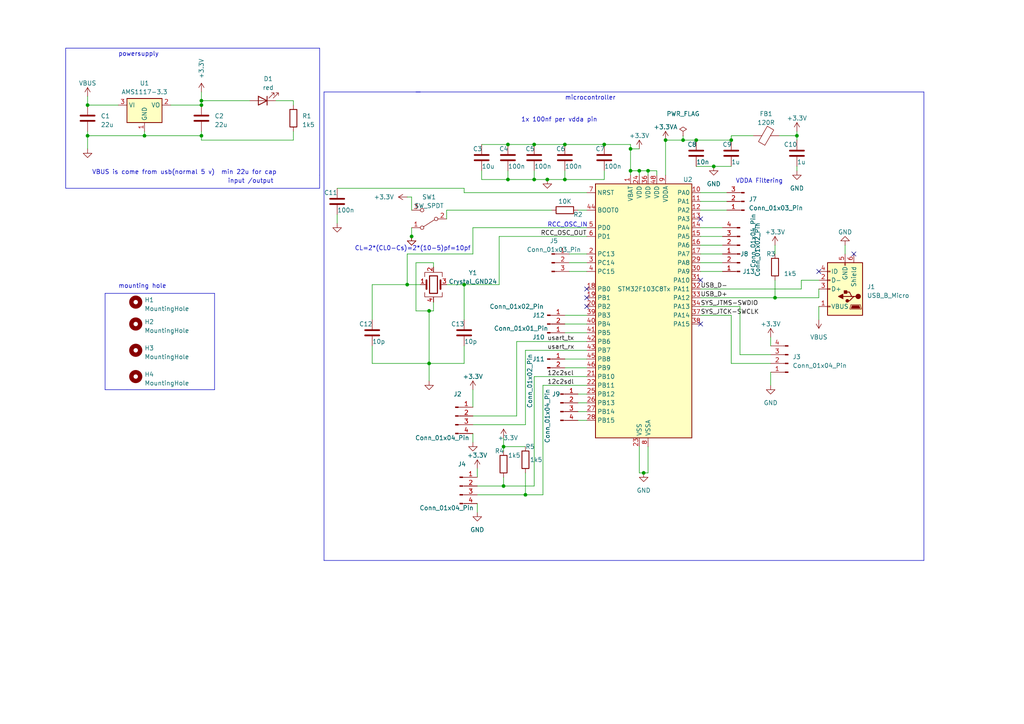
<source format=kicad_sch>
(kicad_sch (version 20230121) (generator eeschema)

  (uuid e5df47b2-180c-4f4e-8cf4-239ad9d10684)

  (paper "A4")

  (title_block
    (title "task one rp")
    (date "2023-04-23")
  )

  (lib_symbols
    (symbol "Connector:Conn_01x01_Pin" (pin_names (offset 1.016) hide) (in_bom yes) (on_board yes)
      (property "Reference" "J" (at 0 2.54 0)
        (effects (font (size 1.27 1.27)))
      )
      (property "Value" "Conn_01x01_Pin" (at 0 -2.54 0)
        (effects (font (size 1.27 1.27)))
      )
      (property "Footprint" "" (at 0 0 0)
        (effects (font (size 1.27 1.27)) hide)
      )
      (property "Datasheet" "~" (at 0 0 0)
        (effects (font (size 1.27 1.27)) hide)
      )
      (property "ki_locked" "" (at 0 0 0)
        (effects (font (size 1.27 1.27)))
      )
      (property "ki_keywords" "connector" (at 0 0 0)
        (effects (font (size 1.27 1.27)) hide)
      )
      (property "ki_description" "Generic connector, single row, 01x01, script generated" (at 0 0 0)
        (effects (font (size 1.27 1.27)) hide)
      )
      (property "ki_fp_filters" "Connector*:*_1x??_*" (at 0 0 0)
        (effects (font (size 1.27 1.27)) hide)
      )
      (symbol "Conn_01x01_Pin_1_1"
        (polyline
          (pts
            (xy 1.27 0)
            (xy 0.8636 0)
          )
          (stroke (width 0.1524) (type default))
          (fill (type none))
        )
        (rectangle (start 0.8636 0.127) (end 0 -0.127)
          (stroke (width 0.1524) (type default))
          (fill (type outline))
        )
        (pin passive line (at 5.08 0 180) (length 3.81)
          (name "Pin_1" (effects (font (size 1.27 1.27))))
          (number "1" (effects (font (size 1.27 1.27))))
        )
      )
    )
    (symbol "Connector:Conn_01x02_Pin" (pin_names (offset 1.016) hide) (in_bom yes) (on_board yes)
      (property "Reference" "J" (at 0 2.54 0)
        (effects (font (size 1.27 1.27)))
      )
      (property "Value" "Conn_01x02_Pin" (at 0 -5.08 0)
        (effects (font (size 1.27 1.27)))
      )
      (property "Footprint" "" (at 0 0 0)
        (effects (font (size 1.27 1.27)) hide)
      )
      (property "Datasheet" "~" (at 0 0 0)
        (effects (font (size 1.27 1.27)) hide)
      )
      (property "ki_locked" "" (at 0 0 0)
        (effects (font (size 1.27 1.27)))
      )
      (property "ki_keywords" "connector" (at 0 0 0)
        (effects (font (size 1.27 1.27)) hide)
      )
      (property "ki_description" "Generic connector, single row, 01x02, script generated" (at 0 0 0)
        (effects (font (size 1.27 1.27)) hide)
      )
      (property "ki_fp_filters" "Connector*:*_1x??_*" (at 0 0 0)
        (effects (font (size 1.27 1.27)) hide)
      )
      (symbol "Conn_01x02_Pin_1_1"
        (polyline
          (pts
            (xy 1.27 -2.54)
            (xy 0.8636 -2.54)
          )
          (stroke (width 0.1524) (type default))
          (fill (type none))
        )
        (polyline
          (pts
            (xy 1.27 0)
            (xy 0.8636 0)
          )
          (stroke (width 0.1524) (type default))
          (fill (type none))
        )
        (rectangle (start 0.8636 -2.413) (end 0 -2.667)
          (stroke (width 0.1524) (type default))
          (fill (type outline))
        )
        (rectangle (start 0.8636 0.127) (end 0 -0.127)
          (stroke (width 0.1524) (type default))
          (fill (type outline))
        )
        (pin passive line (at 5.08 0 180) (length 3.81)
          (name "Pin_1" (effects (font (size 1.27 1.27))))
          (number "1" (effects (font (size 1.27 1.27))))
        )
        (pin passive line (at 5.08 -2.54 180) (length 3.81)
          (name "Pin_2" (effects (font (size 1.27 1.27))))
          (number "2" (effects (font (size 1.27 1.27))))
        )
      )
    )
    (symbol "Connector:Conn_01x03_Pin" (pin_names (offset 1.016) hide) (in_bom yes) (on_board yes)
      (property "Reference" "J" (at 0 5.08 0)
        (effects (font (size 1.27 1.27)))
      )
      (property "Value" "Conn_01x03_Pin" (at 0 -5.08 0)
        (effects (font (size 1.27 1.27)))
      )
      (property "Footprint" "" (at 0 0 0)
        (effects (font (size 1.27 1.27)) hide)
      )
      (property "Datasheet" "~" (at 0 0 0)
        (effects (font (size 1.27 1.27)) hide)
      )
      (property "ki_locked" "" (at 0 0 0)
        (effects (font (size 1.27 1.27)))
      )
      (property "ki_keywords" "connector" (at 0 0 0)
        (effects (font (size 1.27 1.27)) hide)
      )
      (property "ki_description" "Generic connector, single row, 01x03, script generated" (at 0 0 0)
        (effects (font (size 1.27 1.27)) hide)
      )
      (property "ki_fp_filters" "Connector*:*_1x??_*" (at 0 0 0)
        (effects (font (size 1.27 1.27)) hide)
      )
      (symbol "Conn_01x03_Pin_1_1"
        (polyline
          (pts
            (xy 1.27 -2.54)
            (xy 0.8636 -2.54)
          )
          (stroke (width 0.1524) (type default))
          (fill (type none))
        )
        (polyline
          (pts
            (xy 1.27 0)
            (xy 0.8636 0)
          )
          (stroke (width 0.1524) (type default))
          (fill (type none))
        )
        (polyline
          (pts
            (xy 1.27 2.54)
            (xy 0.8636 2.54)
          )
          (stroke (width 0.1524) (type default))
          (fill (type none))
        )
        (rectangle (start 0.8636 -2.413) (end 0 -2.667)
          (stroke (width 0.1524) (type default))
          (fill (type outline))
        )
        (rectangle (start 0.8636 0.127) (end 0 -0.127)
          (stroke (width 0.1524) (type default))
          (fill (type outline))
        )
        (rectangle (start 0.8636 2.667) (end 0 2.413)
          (stroke (width 0.1524) (type default))
          (fill (type outline))
        )
        (pin passive line (at 5.08 2.54 180) (length 3.81)
          (name "Pin_1" (effects (font (size 1.27 1.27))))
          (number "1" (effects (font (size 1.27 1.27))))
        )
        (pin passive line (at 5.08 0 180) (length 3.81)
          (name "Pin_2" (effects (font (size 1.27 1.27))))
          (number "2" (effects (font (size 1.27 1.27))))
        )
        (pin passive line (at 5.08 -2.54 180) (length 3.81)
          (name "Pin_3" (effects (font (size 1.27 1.27))))
          (number "3" (effects (font (size 1.27 1.27))))
        )
      )
    )
    (symbol "Connector:Conn_01x04_Pin" (pin_names (offset 1.016) hide) (in_bom yes) (on_board yes)
      (property "Reference" "J" (at 0 5.08 0)
        (effects (font (size 1.27 1.27)))
      )
      (property "Value" "Conn_01x04_Pin" (at 0 -7.62 0)
        (effects (font (size 1.27 1.27)))
      )
      (property "Footprint" "" (at 0 0 0)
        (effects (font (size 1.27 1.27)) hide)
      )
      (property "Datasheet" "~" (at 0 0 0)
        (effects (font (size 1.27 1.27)) hide)
      )
      (property "ki_locked" "" (at 0 0 0)
        (effects (font (size 1.27 1.27)))
      )
      (property "ki_keywords" "connector" (at 0 0 0)
        (effects (font (size 1.27 1.27)) hide)
      )
      (property "ki_description" "Generic connector, single row, 01x04, script generated" (at 0 0 0)
        (effects (font (size 1.27 1.27)) hide)
      )
      (property "ki_fp_filters" "Connector*:*_1x??_*" (at 0 0 0)
        (effects (font (size 1.27 1.27)) hide)
      )
      (symbol "Conn_01x04_Pin_1_1"
        (polyline
          (pts
            (xy 1.27 -5.08)
            (xy 0.8636 -5.08)
          )
          (stroke (width 0.1524) (type default))
          (fill (type none))
        )
        (polyline
          (pts
            (xy 1.27 -2.54)
            (xy 0.8636 -2.54)
          )
          (stroke (width 0.1524) (type default))
          (fill (type none))
        )
        (polyline
          (pts
            (xy 1.27 0)
            (xy 0.8636 0)
          )
          (stroke (width 0.1524) (type default))
          (fill (type none))
        )
        (polyline
          (pts
            (xy 1.27 2.54)
            (xy 0.8636 2.54)
          )
          (stroke (width 0.1524) (type default))
          (fill (type none))
        )
        (rectangle (start 0.8636 -4.953) (end 0 -5.207)
          (stroke (width 0.1524) (type default))
          (fill (type outline))
        )
        (rectangle (start 0.8636 -2.413) (end 0 -2.667)
          (stroke (width 0.1524) (type default))
          (fill (type outline))
        )
        (rectangle (start 0.8636 0.127) (end 0 -0.127)
          (stroke (width 0.1524) (type default))
          (fill (type outline))
        )
        (rectangle (start 0.8636 2.667) (end 0 2.413)
          (stroke (width 0.1524) (type default))
          (fill (type outline))
        )
        (pin passive line (at 5.08 2.54 180) (length 3.81)
          (name "Pin_1" (effects (font (size 1.27 1.27))))
          (number "1" (effects (font (size 1.27 1.27))))
        )
        (pin passive line (at 5.08 0 180) (length 3.81)
          (name "Pin_2" (effects (font (size 1.27 1.27))))
          (number "2" (effects (font (size 1.27 1.27))))
        )
        (pin passive line (at 5.08 -2.54 180) (length 3.81)
          (name "Pin_3" (effects (font (size 1.27 1.27))))
          (number "3" (effects (font (size 1.27 1.27))))
        )
        (pin passive line (at 5.08 -5.08 180) (length 3.81)
          (name "Pin_4" (effects (font (size 1.27 1.27))))
          (number "4" (effects (font (size 1.27 1.27))))
        )
      )
    )
    (symbol "Connector:USB_B_Micro" (pin_names (offset 1.016)) (in_bom yes) (on_board yes)
      (property "Reference" "J" (at -5.08 11.43 0)
        (effects (font (size 1.27 1.27)) (justify left))
      )
      (property "Value" "USB_B_Micro" (at -5.08 8.89 0)
        (effects (font (size 1.27 1.27)) (justify left))
      )
      (property "Footprint" "" (at 3.81 -1.27 0)
        (effects (font (size 1.27 1.27)) hide)
      )
      (property "Datasheet" "~" (at 3.81 -1.27 0)
        (effects (font (size 1.27 1.27)) hide)
      )
      (property "ki_keywords" "connector USB micro" (at 0 0 0)
        (effects (font (size 1.27 1.27)) hide)
      )
      (property "ki_description" "USB Micro Type B connector" (at 0 0 0)
        (effects (font (size 1.27 1.27)) hide)
      )
      (property "ki_fp_filters" "USB*" (at 0 0 0)
        (effects (font (size 1.27 1.27)) hide)
      )
      (symbol "USB_B_Micro_0_1"
        (rectangle (start -5.08 -7.62) (end 5.08 7.62)
          (stroke (width 0.254) (type default))
          (fill (type background))
        )
        (circle (center -3.81 2.159) (radius 0.635)
          (stroke (width 0.254) (type default))
          (fill (type outline))
        )
        (circle (center -0.635 3.429) (radius 0.381)
          (stroke (width 0.254) (type default))
          (fill (type outline))
        )
        (rectangle (start -0.127 -7.62) (end 0.127 -6.858)
          (stroke (width 0) (type default))
          (fill (type none))
        )
        (polyline
          (pts
            (xy -1.905 2.159)
            (xy 0.635 2.159)
          )
          (stroke (width 0.254) (type default))
          (fill (type none))
        )
        (polyline
          (pts
            (xy -3.175 2.159)
            (xy -2.54 2.159)
            (xy -1.27 3.429)
            (xy -0.635 3.429)
          )
          (stroke (width 0.254) (type default))
          (fill (type none))
        )
        (polyline
          (pts
            (xy -2.54 2.159)
            (xy -1.905 2.159)
            (xy -1.27 0.889)
            (xy 0 0.889)
          )
          (stroke (width 0.254) (type default))
          (fill (type none))
        )
        (polyline
          (pts
            (xy 0.635 2.794)
            (xy 0.635 1.524)
            (xy 1.905 2.159)
            (xy 0.635 2.794)
          )
          (stroke (width 0.254) (type default))
          (fill (type outline))
        )
        (polyline
          (pts
            (xy -4.318 5.588)
            (xy -1.778 5.588)
            (xy -2.032 4.826)
            (xy -4.064 4.826)
            (xy -4.318 5.588)
          )
          (stroke (width 0) (type default))
          (fill (type outline))
        )
        (polyline
          (pts
            (xy -4.699 5.842)
            (xy -4.699 5.588)
            (xy -4.445 4.826)
            (xy -4.445 4.572)
            (xy -1.651 4.572)
            (xy -1.651 4.826)
            (xy -1.397 5.588)
            (xy -1.397 5.842)
            (xy -4.699 5.842)
          )
          (stroke (width 0) (type default))
          (fill (type none))
        )
        (rectangle (start 0.254 1.27) (end -0.508 0.508)
          (stroke (width 0.254) (type default))
          (fill (type outline))
        )
        (rectangle (start 5.08 -5.207) (end 4.318 -4.953)
          (stroke (width 0) (type default))
          (fill (type none))
        )
        (rectangle (start 5.08 -2.667) (end 4.318 -2.413)
          (stroke (width 0) (type default))
          (fill (type none))
        )
        (rectangle (start 5.08 -0.127) (end 4.318 0.127)
          (stroke (width 0) (type default))
          (fill (type none))
        )
        (rectangle (start 5.08 4.953) (end 4.318 5.207)
          (stroke (width 0) (type default))
          (fill (type none))
        )
      )
      (symbol "USB_B_Micro_1_1"
        (pin power_out line (at 7.62 5.08 180) (length 2.54)
          (name "VBUS" (effects (font (size 1.27 1.27))))
          (number "1" (effects (font (size 1.27 1.27))))
        )
        (pin bidirectional line (at 7.62 -2.54 180) (length 2.54)
          (name "D-" (effects (font (size 1.27 1.27))))
          (number "2" (effects (font (size 1.27 1.27))))
        )
        (pin bidirectional line (at 7.62 0 180) (length 2.54)
          (name "D+" (effects (font (size 1.27 1.27))))
          (number "3" (effects (font (size 1.27 1.27))))
        )
        (pin passive line (at 7.62 -5.08 180) (length 2.54)
          (name "ID" (effects (font (size 1.27 1.27))))
          (number "4" (effects (font (size 1.27 1.27))))
        )
        (pin power_out line (at 0 -10.16 90) (length 2.54)
          (name "GND" (effects (font (size 1.27 1.27))))
          (number "5" (effects (font (size 1.27 1.27))))
        )
        (pin passive line (at -2.54 -10.16 90) (length 2.54)
          (name "Shield" (effects (font (size 1.27 1.27))))
          (number "6" (effects (font (size 1.27 1.27))))
        )
      )
    )
    (symbol "Device:C" (pin_numbers hide) (pin_names (offset 0.254)) (in_bom yes) (on_board yes)
      (property "Reference" "C" (at 0.635 2.54 0)
        (effects (font (size 1.27 1.27)) (justify left))
      )
      (property "Value" "C" (at 0.635 -2.54 0)
        (effects (font (size 1.27 1.27)) (justify left))
      )
      (property "Footprint" "" (at 0.9652 -3.81 0)
        (effects (font (size 1.27 1.27)) hide)
      )
      (property "Datasheet" "~" (at 0 0 0)
        (effects (font (size 1.27 1.27)) hide)
      )
      (property "ki_keywords" "cap capacitor" (at 0 0 0)
        (effects (font (size 1.27 1.27)) hide)
      )
      (property "ki_description" "Unpolarized capacitor" (at 0 0 0)
        (effects (font (size 1.27 1.27)) hide)
      )
      (property "ki_fp_filters" "C_*" (at 0 0 0)
        (effects (font (size 1.27 1.27)) hide)
      )
      (symbol "C_0_1"
        (polyline
          (pts
            (xy -2.032 -0.762)
            (xy 2.032 -0.762)
          )
          (stroke (width 0.508) (type default))
          (fill (type none))
        )
        (polyline
          (pts
            (xy -2.032 0.762)
            (xy 2.032 0.762)
          )
          (stroke (width 0.508) (type default))
          (fill (type none))
        )
      )
      (symbol "C_1_1"
        (pin passive line (at 0 3.81 270) (length 2.794)
          (name "~" (effects (font (size 1.27 1.27))))
          (number "1" (effects (font (size 1.27 1.27))))
        )
        (pin passive line (at 0 -3.81 90) (length 2.794)
          (name "~" (effects (font (size 1.27 1.27))))
          (number "2" (effects (font (size 1.27 1.27))))
        )
      )
    )
    (symbol "Device:Crystal_GND24" (pin_names (offset 1.016) hide) (in_bom yes) (on_board yes)
      (property "Reference" "Y" (at 3.175 5.08 0)
        (effects (font (size 1.27 1.27)) (justify left))
      )
      (property "Value" "Crystal_GND24" (at 3.175 3.175 0)
        (effects (font (size 1.27 1.27)) (justify left))
      )
      (property "Footprint" "" (at 0 0 0)
        (effects (font (size 1.27 1.27)) hide)
      )
      (property "Datasheet" "~" (at 0 0 0)
        (effects (font (size 1.27 1.27)) hide)
      )
      (property "ki_keywords" "quartz ceramic resonator oscillator" (at 0 0 0)
        (effects (font (size 1.27 1.27)) hide)
      )
      (property "ki_description" "Four pin crystal, GND on pins 2 and 4" (at 0 0 0)
        (effects (font (size 1.27 1.27)) hide)
      )
      (property "ki_fp_filters" "Crystal*" (at 0 0 0)
        (effects (font (size 1.27 1.27)) hide)
      )
      (symbol "Crystal_GND24_0_1"
        (rectangle (start -1.143 2.54) (end 1.143 -2.54)
          (stroke (width 0.3048) (type default))
          (fill (type none))
        )
        (polyline
          (pts
            (xy -2.54 0)
            (xy -2.032 0)
          )
          (stroke (width 0) (type default))
          (fill (type none))
        )
        (polyline
          (pts
            (xy -2.032 -1.27)
            (xy -2.032 1.27)
          )
          (stroke (width 0.508) (type default))
          (fill (type none))
        )
        (polyline
          (pts
            (xy 0 -3.81)
            (xy 0 -3.556)
          )
          (stroke (width 0) (type default))
          (fill (type none))
        )
        (polyline
          (pts
            (xy 0 3.556)
            (xy 0 3.81)
          )
          (stroke (width 0) (type default))
          (fill (type none))
        )
        (polyline
          (pts
            (xy 2.032 -1.27)
            (xy 2.032 1.27)
          )
          (stroke (width 0.508) (type default))
          (fill (type none))
        )
        (polyline
          (pts
            (xy 2.032 0)
            (xy 2.54 0)
          )
          (stroke (width 0) (type default))
          (fill (type none))
        )
        (polyline
          (pts
            (xy -2.54 -2.286)
            (xy -2.54 -3.556)
            (xy 2.54 -3.556)
            (xy 2.54 -2.286)
          )
          (stroke (width 0) (type default))
          (fill (type none))
        )
        (polyline
          (pts
            (xy -2.54 2.286)
            (xy -2.54 3.556)
            (xy 2.54 3.556)
            (xy 2.54 2.286)
          )
          (stroke (width 0) (type default))
          (fill (type none))
        )
      )
      (symbol "Crystal_GND24_1_1"
        (pin passive line (at -3.81 0 0) (length 1.27)
          (name "1" (effects (font (size 1.27 1.27))))
          (number "1" (effects (font (size 1.27 1.27))))
        )
        (pin passive line (at 0 5.08 270) (length 1.27)
          (name "2" (effects (font (size 1.27 1.27))))
          (number "2" (effects (font (size 1.27 1.27))))
        )
        (pin passive line (at 3.81 0 180) (length 1.27)
          (name "3" (effects (font (size 1.27 1.27))))
          (number "3" (effects (font (size 1.27 1.27))))
        )
        (pin passive line (at 0 -5.08 90) (length 1.27)
          (name "4" (effects (font (size 1.27 1.27))))
          (number "4" (effects (font (size 1.27 1.27))))
        )
      )
    )
    (symbol "Device:FerriteBead" (pin_numbers hide) (pin_names (offset 0)) (in_bom yes) (on_board yes)
      (property "Reference" "FB" (at -3.81 0.635 90)
        (effects (font (size 1.27 1.27)))
      )
      (property "Value" "FerriteBead" (at 3.81 0 90)
        (effects (font (size 1.27 1.27)))
      )
      (property "Footprint" "" (at -1.778 0 90)
        (effects (font (size 1.27 1.27)) hide)
      )
      (property "Datasheet" "~" (at 0 0 0)
        (effects (font (size 1.27 1.27)) hide)
      )
      (property "ki_keywords" "L ferrite bead inductor filter" (at 0 0 0)
        (effects (font (size 1.27 1.27)) hide)
      )
      (property "ki_description" "Ferrite bead" (at 0 0 0)
        (effects (font (size 1.27 1.27)) hide)
      )
      (property "ki_fp_filters" "Inductor_* L_* *Ferrite*" (at 0 0 0)
        (effects (font (size 1.27 1.27)) hide)
      )
      (symbol "FerriteBead_0_1"
        (polyline
          (pts
            (xy 0 -1.27)
            (xy 0 -1.2192)
          )
          (stroke (width 0) (type default))
          (fill (type none))
        )
        (polyline
          (pts
            (xy 0 1.27)
            (xy 0 1.2954)
          )
          (stroke (width 0) (type default))
          (fill (type none))
        )
        (polyline
          (pts
            (xy -2.7686 0.4064)
            (xy -1.7018 2.2606)
            (xy 2.7686 -0.3048)
            (xy 1.6764 -2.159)
            (xy -2.7686 0.4064)
          )
          (stroke (width 0) (type default))
          (fill (type none))
        )
      )
      (symbol "FerriteBead_1_1"
        (pin passive line (at 0 3.81 270) (length 2.54)
          (name "~" (effects (font (size 1.27 1.27))))
          (number "1" (effects (font (size 1.27 1.27))))
        )
        (pin passive line (at 0 -3.81 90) (length 2.54)
          (name "~" (effects (font (size 1.27 1.27))))
          (number "2" (effects (font (size 1.27 1.27))))
        )
      )
    )
    (symbol "Device:LED" (pin_numbers hide) (pin_names (offset 1.016) hide) (in_bom yes) (on_board yes)
      (property "Reference" "D" (at 0 2.54 0)
        (effects (font (size 1.27 1.27)))
      )
      (property "Value" "LED" (at 0 -2.54 0)
        (effects (font (size 1.27 1.27)))
      )
      (property "Footprint" "" (at 0 0 0)
        (effects (font (size 1.27 1.27)) hide)
      )
      (property "Datasheet" "~" (at 0 0 0)
        (effects (font (size 1.27 1.27)) hide)
      )
      (property "ki_keywords" "LED diode" (at 0 0 0)
        (effects (font (size 1.27 1.27)) hide)
      )
      (property "ki_description" "Light emitting diode" (at 0 0 0)
        (effects (font (size 1.27 1.27)) hide)
      )
      (property "ki_fp_filters" "LED* LED_SMD:* LED_THT:*" (at 0 0 0)
        (effects (font (size 1.27 1.27)) hide)
      )
      (symbol "LED_0_1"
        (polyline
          (pts
            (xy -1.27 -1.27)
            (xy -1.27 1.27)
          )
          (stroke (width 0.254) (type default))
          (fill (type none))
        )
        (polyline
          (pts
            (xy -1.27 0)
            (xy 1.27 0)
          )
          (stroke (width 0) (type default))
          (fill (type none))
        )
        (polyline
          (pts
            (xy 1.27 -1.27)
            (xy 1.27 1.27)
            (xy -1.27 0)
            (xy 1.27 -1.27)
          )
          (stroke (width 0.254) (type default))
          (fill (type none))
        )
        (polyline
          (pts
            (xy -3.048 -0.762)
            (xy -4.572 -2.286)
            (xy -3.81 -2.286)
            (xy -4.572 -2.286)
            (xy -4.572 -1.524)
          )
          (stroke (width 0) (type default))
          (fill (type none))
        )
        (polyline
          (pts
            (xy -1.778 -0.762)
            (xy -3.302 -2.286)
            (xy -2.54 -2.286)
            (xy -3.302 -2.286)
            (xy -3.302 -1.524)
          )
          (stroke (width 0) (type default))
          (fill (type none))
        )
      )
      (symbol "LED_1_1"
        (pin passive line (at -3.81 0 0) (length 2.54)
          (name "K" (effects (font (size 1.27 1.27))))
          (number "1" (effects (font (size 1.27 1.27))))
        )
        (pin passive line (at 3.81 0 180) (length 2.54)
          (name "A" (effects (font (size 1.27 1.27))))
          (number "2" (effects (font (size 1.27 1.27))))
        )
      )
    )
    (symbol "Device:R" (pin_numbers hide) (pin_names (offset 0)) (in_bom yes) (on_board yes)
      (property "Reference" "R" (at 2.032 0 90)
        (effects (font (size 1.27 1.27)))
      )
      (property "Value" "R" (at 0 0 90)
        (effects (font (size 1.27 1.27)))
      )
      (property "Footprint" "" (at -1.778 0 90)
        (effects (font (size 1.27 1.27)) hide)
      )
      (property "Datasheet" "~" (at 0 0 0)
        (effects (font (size 1.27 1.27)) hide)
      )
      (property "ki_keywords" "R res resistor" (at 0 0 0)
        (effects (font (size 1.27 1.27)) hide)
      )
      (property "ki_description" "Resistor" (at 0 0 0)
        (effects (font (size 1.27 1.27)) hide)
      )
      (property "ki_fp_filters" "R_*" (at 0 0 0)
        (effects (font (size 1.27 1.27)) hide)
      )
      (symbol "R_0_1"
        (rectangle (start -1.016 -2.54) (end 1.016 2.54)
          (stroke (width 0.254) (type default))
          (fill (type none))
        )
      )
      (symbol "R_1_1"
        (pin passive line (at 0 3.81 270) (length 1.27)
          (name "~" (effects (font (size 1.27 1.27))))
          (number "1" (effects (font (size 1.27 1.27))))
        )
        (pin passive line (at 0 -3.81 90) (length 1.27)
          (name "~" (effects (font (size 1.27 1.27))))
          (number "2" (effects (font (size 1.27 1.27))))
        )
      )
    )
    (symbol "MCU_ST_STM32F1:STM32F103C8Tx" (in_bom yes) (on_board yes)
      (property "Reference" "U" (at -12.7 39.37 0)
        (effects (font (size 1.27 1.27)) (justify left))
      )
      (property "Value" "STM32F103C8Tx" (at 10.16 39.37 0)
        (effects (font (size 1.27 1.27)) (justify left))
      )
      (property "Footprint" "Package_QFP:LQFP-48_7x7mm_P0.5mm" (at -12.7 -35.56 0)
        (effects (font (size 1.27 1.27)) (justify right) hide)
      )
      (property "Datasheet" "https://www.st.com/resource/en/datasheet/stm32f103c8.pdf" (at 0 0 0)
        (effects (font (size 1.27 1.27)) hide)
      )
      (property "ki_locked" "" (at 0 0 0)
        (effects (font (size 1.27 1.27)))
      )
      (property "ki_keywords" "Arm Cortex-M3 STM32F1 STM32F103" (at 0 0 0)
        (effects (font (size 1.27 1.27)) hide)
      )
      (property "ki_description" "STMicroelectronics Arm Cortex-M3 MCU, 64KB flash, 20KB RAM, 72 MHz, 2.0-3.6V, 37 GPIO, LQFP48" (at 0 0 0)
        (effects (font (size 1.27 1.27)) hide)
      )
      (property "ki_fp_filters" "LQFP*7x7mm*P0.5mm*" (at 0 0 0)
        (effects (font (size 1.27 1.27)) hide)
      )
      (symbol "STM32F103C8Tx_0_1"
        (rectangle (start -12.7 -35.56) (end 15.24 38.1)
          (stroke (width 0.254) (type default))
          (fill (type background))
        )
      )
      (symbol "STM32F103C8Tx_1_1"
        (pin power_in line (at -2.54 40.64 270) (length 2.54)
          (name "VBAT" (effects (font (size 1.27 1.27))))
          (number "1" (effects (font (size 1.27 1.27))))
        )
        (pin bidirectional line (at 17.78 35.56 180) (length 2.54)
          (name "PA0" (effects (font (size 1.27 1.27))))
          (number "10" (effects (font (size 1.27 1.27))))
          (alternate "ADC1_IN0" bidirectional line)
          (alternate "ADC2_IN0" bidirectional line)
          (alternate "SYS_WKUP" bidirectional line)
          (alternate "TIM2_CH1" bidirectional line)
          (alternate "TIM2_ETR" bidirectional line)
          (alternate "USART2_CTS" bidirectional line)
        )
        (pin bidirectional line (at 17.78 33.02 180) (length 2.54)
          (name "PA1" (effects (font (size 1.27 1.27))))
          (number "11" (effects (font (size 1.27 1.27))))
          (alternate "ADC1_IN1" bidirectional line)
          (alternate "ADC2_IN1" bidirectional line)
          (alternate "TIM2_CH2" bidirectional line)
          (alternate "USART2_RTS" bidirectional line)
        )
        (pin bidirectional line (at 17.78 30.48 180) (length 2.54)
          (name "PA2" (effects (font (size 1.27 1.27))))
          (number "12" (effects (font (size 1.27 1.27))))
          (alternate "ADC1_IN2" bidirectional line)
          (alternate "ADC2_IN2" bidirectional line)
          (alternate "TIM2_CH3" bidirectional line)
          (alternate "USART2_TX" bidirectional line)
        )
        (pin bidirectional line (at 17.78 27.94 180) (length 2.54)
          (name "PA3" (effects (font (size 1.27 1.27))))
          (number "13" (effects (font (size 1.27 1.27))))
          (alternate "ADC1_IN3" bidirectional line)
          (alternate "ADC2_IN3" bidirectional line)
          (alternate "TIM2_CH4" bidirectional line)
          (alternate "USART2_RX" bidirectional line)
        )
        (pin bidirectional line (at 17.78 25.4 180) (length 2.54)
          (name "PA4" (effects (font (size 1.27 1.27))))
          (number "14" (effects (font (size 1.27 1.27))))
          (alternate "ADC1_IN4" bidirectional line)
          (alternate "ADC2_IN4" bidirectional line)
          (alternate "SPI1_NSS" bidirectional line)
          (alternate "USART2_CK" bidirectional line)
        )
        (pin bidirectional line (at 17.78 22.86 180) (length 2.54)
          (name "PA5" (effects (font (size 1.27 1.27))))
          (number "15" (effects (font (size 1.27 1.27))))
          (alternate "ADC1_IN5" bidirectional line)
          (alternate "ADC2_IN5" bidirectional line)
          (alternate "SPI1_SCK" bidirectional line)
        )
        (pin bidirectional line (at 17.78 20.32 180) (length 2.54)
          (name "PA6" (effects (font (size 1.27 1.27))))
          (number "16" (effects (font (size 1.27 1.27))))
          (alternate "ADC1_IN6" bidirectional line)
          (alternate "ADC2_IN6" bidirectional line)
          (alternate "SPI1_MISO" bidirectional line)
          (alternate "TIM1_BKIN" bidirectional line)
          (alternate "TIM3_CH1" bidirectional line)
        )
        (pin bidirectional line (at 17.78 17.78 180) (length 2.54)
          (name "PA7" (effects (font (size 1.27 1.27))))
          (number "17" (effects (font (size 1.27 1.27))))
          (alternate "ADC1_IN7" bidirectional line)
          (alternate "ADC2_IN7" bidirectional line)
          (alternate "SPI1_MOSI" bidirectional line)
          (alternate "TIM1_CH1N" bidirectional line)
          (alternate "TIM3_CH2" bidirectional line)
        )
        (pin bidirectional line (at -15.24 7.62 0) (length 2.54)
          (name "PB0" (effects (font (size 1.27 1.27))))
          (number "18" (effects (font (size 1.27 1.27))))
          (alternate "ADC1_IN8" bidirectional line)
          (alternate "ADC2_IN8" bidirectional line)
          (alternate "TIM1_CH2N" bidirectional line)
          (alternate "TIM3_CH3" bidirectional line)
        )
        (pin bidirectional line (at -15.24 5.08 0) (length 2.54)
          (name "PB1" (effects (font (size 1.27 1.27))))
          (number "19" (effects (font (size 1.27 1.27))))
          (alternate "ADC1_IN9" bidirectional line)
          (alternate "ADC2_IN9" bidirectional line)
          (alternate "TIM1_CH3N" bidirectional line)
          (alternate "TIM3_CH4" bidirectional line)
        )
        (pin bidirectional line (at -15.24 17.78 0) (length 2.54)
          (name "PC13" (effects (font (size 1.27 1.27))))
          (number "2" (effects (font (size 1.27 1.27))))
          (alternate "RTC_OUT" bidirectional line)
          (alternate "RTC_TAMPER" bidirectional line)
        )
        (pin bidirectional line (at -15.24 2.54 0) (length 2.54)
          (name "PB2" (effects (font (size 1.27 1.27))))
          (number "20" (effects (font (size 1.27 1.27))))
        )
        (pin bidirectional line (at -15.24 -17.78 0) (length 2.54)
          (name "PB10" (effects (font (size 1.27 1.27))))
          (number "21" (effects (font (size 1.27 1.27))))
          (alternate "I2C2_SCL" bidirectional line)
          (alternate "TIM2_CH3" bidirectional line)
          (alternate "USART3_TX" bidirectional line)
        )
        (pin bidirectional line (at -15.24 -20.32 0) (length 2.54)
          (name "PB11" (effects (font (size 1.27 1.27))))
          (number "22" (effects (font (size 1.27 1.27))))
          (alternate "ADC1_EXTI11" bidirectional line)
          (alternate "ADC2_EXTI11" bidirectional line)
          (alternate "I2C2_SDA" bidirectional line)
          (alternate "TIM2_CH4" bidirectional line)
          (alternate "USART3_RX" bidirectional line)
        )
        (pin power_in line (at 0 -38.1 90) (length 2.54)
          (name "VSS" (effects (font (size 1.27 1.27))))
          (number "23" (effects (font (size 1.27 1.27))))
        )
        (pin power_in line (at 0 40.64 270) (length 2.54)
          (name "VDD" (effects (font (size 1.27 1.27))))
          (number "24" (effects (font (size 1.27 1.27))))
        )
        (pin bidirectional line (at -15.24 -22.86 0) (length 2.54)
          (name "PB12" (effects (font (size 1.27 1.27))))
          (number "25" (effects (font (size 1.27 1.27))))
          (alternate "I2C2_SMBA" bidirectional line)
          (alternate "SPI2_NSS" bidirectional line)
          (alternate "TIM1_BKIN" bidirectional line)
          (alternate "USART3_CK" bidirectional line)
        )
        (pin bidirectional line (at -15.24 -25.4 0) (length 2.54)
          (name "PB13" (effects (font (size 1.27 1.27))))
          (number "26" (effects (font (size 1.27 1.27))))
          (alternate "SPI2_SCK" bidirectional line)
          (alternate "TIM1_CH1N" bidirectional line)
          (alternate "USART3_CTS" bidirectional line)
        )
        (pin bidirectional line (at -15.24 -27.94 0) (length 2.54)
          (name "PB14" (effects (font (size 1.27 1.27))))
          (number "27" (effects (font (size 1.27 1.27))))
          (alternate "SPI2_MISO" bidirectional line)
          (alternate "TIM1_CH2N" bidirectional line)
          (alternate "USART3_RTS" bidirectional line)
        )
        (pin bidirectional line (at -15.24 -30.48 0) (length 2.54)
          (name "PB15" (effects (font (size 1.27 1.27))))
          (number "28" (effects (font (size 1.27 1.27))))
          (alternate "ADC1_EXTI15" bidirectional line)
          (alternate "ADC2_EXTI15" bidirectional line)
          (alternate "SPI2_MOSI" bidirectional line)
          (alternate "TIM1_CH3N" bidirectional line)
        )
        (pin bidirectional line (at 17.78 15.24 180) (length 2.54)
          (name "PA8" (effects (font (size 1.27 1.27))))
          (number "29" (effects (font (size 1.27 1.27))))
          (alternate "RCC_MCO" bidirectional line)
          (alternate "TIM1_CH1" bidirectional line)
          (alternate "USART1_CK" bidirectional line)
        )
        (pin bidirectional line (at -15.24 15.24 0) (length 2.54)
          (name "PC14" (effects (font (size 1.27 1.27))))
          (number "3" (effects (font (size 1.27 1.27))))
          (alternate "RCC_OSC32_IN" bidirectional line)
        )
        (pin bidirectional line (at 17.78 12.7 180) (length 2.54)
          (name "PA9" (effects (font (size 1.27 1.27))))
          (number "30" (effects (font (size 1.27 1.27))))
          (alternate "TIM1_CH2" bidirectional line)
          (alternate "USART1_TX" bidirectional line)
        )
        (pin bidirectional line (at 17.78 10.16 180) (length 2.54)
          (name "PA10" (effects (font (size 1.27 1.27))))
          (number "31" (effects (font (size 1.27 1.27))))
          (alternate "TIM1_CH3" bidirectional line)
          (alternate "USART1_RX" bidirectional line)
        )
        (pin bidirectional line (at 17.78 7.62 180) (length 2.54)
          (name "PA11" (effects (font (size 1.27 1.27))))
          (number "32" (effects (font (size 1.27 1.27))))
          (alternate "ADC1_EXTI11" bidirectional line)
          (alternate "ADC2_EXTI11" bidirectional line)
          (alternate "CAN_RX" bidirectional line)
          (alternate "TIM1_CH4" bidirectional line)
          (alternate "USART1_CTS" bidirectional line)
          (alternate "USB_DM" bidirectional line)
        )
        (pin bidirectional line (at 17.78 5.08 180) (length 2.54)
          (name "PA12" (effects (font (size 1.27 1.27))))
          (number "33" (effects (font (size 1.27 1.27))))
          (alternate "CAN_TX" bidirectional line)
          (alternate "TIM1_ETR" bidirectional line)
          (alternate "USART1_RTS" bidirectional line)
          (alternate "USB_DP" bidirectional line)
        )
        (pin bidirectional line (at 17.78 2.54 180) (length 2.54)
          (name "PA13" (effects (font (size 1.27 1.27))))
          (number "34" (effects (font (size 1.27 1.27))))
          (alternate "SYS_JTMS-SWDIO" bidirectional line)
        )
        (pin passive line (at 0 -38.1 90) (length 2.54) hide
          (name "VSS" (effects (font (size 1.27 1.27))))
          (number "35" (effects (font (size 1.27 1.27))))
        )
        (pin power_in line (at 2.54 40.64 270) (length 2.54)
          (name "VDD" (effects (font (size 1.27 1.27))))
          (number "36" (effects (font (size 1.27 1.27))))
        )
        (pin bidirectional line (at 17.78 0 180) (length 2.54)
          (name "PA14" (effects (font (size 1.27 1.27))))
          (number "37" (effects (font (size 1.27 1.27))))
          (alternate "SYS_JTCK-SWCLK" bidirectional line)
        )
        (pin bidirectional line (at 17.78 -2.54 180) (length 2.54)
          (name "PA15" (effects (font (size 1.27 1.27))))
          (number "38" (effects (font (size 1.27 1.27))))
          (alternate "ADC1_EXTI15" bidirectional line)
          (alternate "ADC2_EXTI15" bidirectional line)
          (alternate "SPI1_NSS" bidirectional line)
          (alternate "SYS_JTDI" bidirectional line)
          (alternate "TIM2_CH1" bidirectional line)
          (alternate "TIM2_ETR" bidirectional line)
        )
        (pin bidirectional line (at -15.24 0 0) (length 2.54)
          (name "PB3" (effects (font (size 1.27 1.27))))
          (number "39" (effects (font (size 1.27 1.27))))
          (alternate "SPI1_SCK" bidirectional line)
          (alternate "SYS_JTDO-TRACESWO" bidirectional line)
          (alternate "TIM2_CH2" bidirectional line)
        )
        (pin bidirectional line (at -15.24 12.7 0) (length 2.54)
          (name "PC15" (effects (font (size 1.27 1.27))))
          (number "4" (effects (font (size 1.27 1.27))))
          (alternate "ADC1_EXTI15" bidirectional line)
          (alternate "ADC2_EXTI15" bidirectional line)
          (alternate "RCC_OSC32_OUT" bidirectional line)
        )
        (pin bidirectional line (at -15.24 -2.54 0) (length 2.54)
          (name "PB4" (effects (font (size 1.27 1.27))))
          (number "40" (effects (font (size 1.27 1.27))))
          (alternate "SPI1_MISO" bidirectional line)
          (alternate "SYS_NJTRST" bidirectional line)
          (alternate "TIM3_CH1" bidirectional line)
        )
        (pin bidirectional line (at -15.24 -5.08 0) (length 2.54)
          (name "PB5" (effects (font (size 1.27 1.27))))
          (number "41" (effects (font (size 1.27 1.27))))
          (alternate "I2C1_SMBA" bidirectional line)
          (alternate "SPI1_MOSI" bidirectional line)
          (alternate "TIM3_CH2" bidirectional line)
        )
        (pin bidirectional line (at -15.24 -7.62 0) (length 2.54)
          (name "PB6" (effects (font (size 1.27 1.27))))
          (number "42" (effects (font (size 1.27 1.27))))
          (alternate "I2C1_SCL" bidirectional line)
          (alternate "TIM4_CH1" bidirectional line)
          (alternate "USART1_TX" bidirectional line)
        )
        (pin bidirectional line (at -15.24 -10.16 0) (length 2.54)
          (name "PB7" (effects (font (size 1.27 1.27))))
          (number "43" (effects (font (size 1.27 1.27))))
          (alternate "I2C1_SDA" bidirectional line)
          (alternate "TIM4_CH2" bidirectional line)
          (alternate "USART1_RX" bidirectional line)
        )
        (pin input line (at -15.24 30.48 0) (length 2.54)
          (name "BOOT0" (effects (font (size 1.27 1.27))))
          (number "44" (effects (font (size 1.27 1.27))))
        )
        (pin bidirectional line (at -15.24 -12.7 0) (length 2.54)
          (name "PB8" (effects (font (size 1.27 1.27))))
          (number "45" (effects (font (size 1.27 1.27))))
          (alternate "CAN_RX" bidirectional line)
          (alternate "I2C1_SCL" bidirectional line)
          (alternate "TIM4_CH3" bidirectional line)
        )
        (pin bidirectional line (at -15.24 -15.24 0) (length 2.54)
          (name "PB9" (effects (font (size 1.27 1.27))))
          (number "46" (effects (font (size 1.27 1.27))))
          (alternate "CAN_TX" bidirectional line)
          (alternate "I2C1_SDA" bidirectional line)
          (alternate "TIM4_CH4" bidirectional line)
        )
        (pin passive line (at 0 -38.1 90) (length 2.54) hide
          (name "VSS" (effects (font (size 1.27 1.27))))
          (number "47" (effects (font (size 1.27 1.27))))
        )
        (pin power_in line (at 5.08 40.64 270) (length 2.54)
          (name "VDD" (effects (font (size 1.27 1.27))))
          (number "48" (effects (font (size 1.27 1.27))))
        )
        (pin bidirectional line (at -15.24 25.4 0) (length 2.54)
          (name "PD0" (effects (font (size 1.27 1.27))))
          (number "5" (effects (font (size 1.27 1.27))))
          (alternate "RCC_OSC_IN" bidirectional line)
        )
        (pin bidirectional line (at -15.24 22.86 0) (length 2.54)
          (name "PD1" (effects (font (size 1.27 1.27))))
          (number "6" (effects (font (size 1.27 1.27))))
          (alternate "RCC_OSC_OUT" bidirectional line)
        )
        (pin input line (at -15.24 35.56 0) (length 2.54)
          (name "NRST" (effects (font (size 1.27 1.27))))
          (number "7" (effects (font (size 1.27 1.27))))
        )
        (pin power_in line (at 2.54 -38.1 90) (length 2.54)
          (name "VSSA" (effects (font (size 1.27 1.27))))
          (number "8" (effects (font (size 1.27 1.27))))
        )
        (pin power_in line (at 7.62 40.64 270) (length 2.54)
          (name "VDDA" (effects (font (size 1.27 1.27))))
          (number "9" (effects (font (size 1.27 1.27))))
        )
      )
    )
    (symbol "Mechanical:MountingHole" (pin_names (offset 1.016)) (in_bom yes) (on_board yes)
      (property "Reference" "H" (at 0 5.08 0)
        (effects (font (size 1.27 1.27)))
      )
      (property "Value" "MountingHole" (at 0 3.175 0)
        (effects (font (size 1.27 1.27)))
      )
      (property "Footprint" "" (at 0 0 0)
        (effects (font (size 1.27 1.27)) hide)
      )
      (property "Datasheet" "~" (at 0 0 0)
        (effects (font (size 1.27 1.27)) hide)
      )
      (property "ki_keywords" "mounting hole" (at 0 0 0)
        (effects (font (size 1.27 1.27)) hide)
      )
      (property "ki_description" "Mounting Hole without connection" (at 0 0 0)
        (effects (font (size 1.27 1.27)) hide)
      )
      (property "ki_fp_filters" "MountingHole*" (at 0 0 0)
        (effects (font (size 1.27 1.27)) hide)
      )
      (symbol "MountingHole_0_1"
        (circle (center 0 0) (radius 1.27)
          (stroke (width 1.27) (type default))
          (fill (type none))
        )
      )
    )
    (symbol "Regulator_Linear:AMS1117-3.3" (in_bom yes) (on_board yes)
      (property "Reference" "U" (at -3.81 3.175 0)
        (effects (font (size 1.27 1.27)))
      )
      (property "Value" "AMS1117-3.3" (at 0 3.175 0)
        (effects (font (size 1.27 1.27)) (justify left))
      )
      (property "Footprint" "Package_TO_SOT_SMD:SOT-223-3_TabPin2" (at 0 5.08 0)
        (effects (font (size 1.27 1.27)) hide)
      )
      (property "Datasheet" "http://www.advanced-monolithic.com/pdf/ds1117.pdf" (at 2.54 -6.35 0)
        (effects (font (size 1.27 1.27)) hide)
      )
      (property "ki_keywords" "linear regulator ldo fixed positive" (at 0 0 0)
        (effects (font (size 1.27 1.27)) hide)
      )
      (property "ki_description" "1A Low Dropout regulator, positive, 3.3V fixed output, SOT-223" (at 0 0 0)
        (effects (font (size 1.27 1.27)) hide)
      )
      (property "ki_fp_filters" "SOT?223*TabPin2*" (at 0 0 0)
        (effects (font (size 1.27 1.27)) hide)
      )
      (symbol "AMS1117-3.3_0_1"
        (rectangle (start -5.08 -5.08) (end 5.08 1.905)
          (stroke (width 0.254) (type default))
          (fill (type background))
        )
      )
      (symbol "AMS1117-3.3_1_1"
        (pin power_in line (at 0 -7.62 90) (length 2.54)
          (name "GND" (effects (font (size 1.27 1.27))))
          (number "1" (effects (font (size 1.27 1.27))))
        )
        (pin power_out line (at 7.62 0 180) (length 2.54)
          (name "VO" (effects (font (size 1.27 1.27))))
          (number "2" (effects (font (size 1.27 1.27))))
        )
        (pin power_in line (at -7.62 0 0) (length 2.54)
          (name "VI" (effects (font (size 1.27 1.27))))
          (number "3" (effects (font (size 1.27 1.27))))
        )
      )
    )
    (symbol "Switch:SW_SPDT" (pin_names (offset 0) hide) (in_bom yes) (on_board yes)
      (property "Reference" "SW" (at 0 4.318 0)
        (effects (font (size 1.27 1.27)))
      )
      (property "Value" "SW_SPDT" (at 0 -5.08 0)
        (effects (font (size 1.27 1.27)))
      )
      (property "Footprint" "" (at 0 0 0)
        (effects (font (size 1.27 1.27)) hide)
      )
      (property "Datasheet" "~" (at 0 0 0)
        (effects (font (size 1.27 1.27)) hide)
      )
      (property "ki_keywords" "switch single-pole double-throw spdt ON-ON" (at 0 0 0)
        (effects (font (size 1.27 1.27)) hide)
      )
      (property "ki_description" "Switch, single pole double throw" (at 0 0 0)
        (effects (font (size 1.27 1.27)) hide)
      )
      (symbol "SW_SPDT_0_0"
        (circle (center -2.032 0) (radius 0.508)
          (stroke (width 0) (type default))
          (fill (type none))
        )
        (circle (center 2.032 -2.54) (radius 0.508)
          (stroke (width 0) (type default))
          (fill (type none))
        )
      )
      (symbol "SW_SPDT_0_1"
        (polyline
          (pts
            (xy -1.524 0.254)
            (xy 1.651 2.286)
          )
          (stroke (width 0) (type default))
          (fill (type none))
        )
        (circle (center 2.032 2.54) (radius 0.508)
          (stroke (width 0) (type default))
          (fill (type none))
        )
      )
      (symbol "SW_SPDT_1_1"
        (pin passive line (at 5.08 2.54 180) (length 2.54)
          (name "A" (effects (font (size 1.27 1.27))))
          (number "1" (effects (font (size 1.27 1.27))))
        )
        (pin passive line (at -5.08 0 0) (length 2.54)
          (name "B" (effects (font (size 1.27 1.27))))
          (number "2" (effects (font (size 1.27 1.27))))
        )
        (pin passive line (at 5.08 -2.54 180) (length 2.54)
          (name "C" (effects (font (size 1.27 1.27))))
          (number "3" (effects (font (size 1.27 1.27))))
        )
      )
    )
    (symbol "power:+3.3V" (power) (pin_names (offset 0)) (in_bom yes) (on_board yes)
      (property "Reference" "#PWR" (at 0 -3.81 0)
        (effects (font (size 1.27 1.27)) hide)
      )
      (property "Value" "+3.3V" (at 0 3.556 0)
        (effects (font (size 1.27 1.27)))
      )
      (property "Footprint" "" (at 0 0 0)
        (effects (font (size 1.27 1.27)) hide)
      )
      (property "Datasheet" "" (at 0 0 0)
        (effects (font (size 1.27 1.27)) hide)
      )
      (property "ki_keywords" "global power" (at 0 0 0)
        (effects (font (size 1.27 1.27)) hide)
      )
      (property "ki_description" "Power symbol creates a global label with name \"+3.3V\"" (at 0 0 0)
        (effects (font (size 1.27 1.27)) hide)
      )
      (symbol "+3.3V_0_1"
        (polyline
          (pts
            (xy -0.762 1.27)
            (xy 0 2.54)
          )
          (stroke (width 0) (type default))
          (fill (type none))
        )
        (polyline
          (pts
            (xy 0 0)
            (xy 0 2.54)
          )
          (stroke (width 0) (type default))
          (fill (type none))
        )
        (polyline
          (pts
            (xy 0 2.54)
            (xy 0.762 1.27)
          )
          (stroke (width 0) (type default))
          (fill (type none))
        )
      )
      (symbol "+3.3V_1_1"
        (pin power_in line (at 0 0 90) (length 0) hide
          (name "+3.3V" (effects (font (size 1.27 1.27))))
          (number "1" (effects (font (size 1.27 1.27))))
        )
      )
    )
    (symbol "power:+3.3VA" (power) (pin_names (offset 0)) (in_bom yes) (on_board yes)
      (property "Reference" "#PWR" (at 0 -3.81 0)
        (effects (font (size 1.27 1.27)) hide)
      )
      (property "Value" "+3.3VA" (at 0 3.556 0)
        (effects (font (size 1.27 1.27)))
      )
      (property "Footprint" "" (at 0 0 0)
        (effects (font (size 1.27 1.27)) hide)
      )
      (property "Datasheet" "" (at 0 0 0)
        (effects (font (size 1.27 1.27)) hide)
      )
      (property "ki_keywords" "global power" (at 0 0 0)
        (effects (font (size 1.27 1.27)) hide)
      )
      (property "ki_description" "Power symbol creates a global label with name \"+3.3VA\"" (at 0 0 0)
        (effects (font (size 1.27 1.27)) hide)
      )
      (symbol "+3.3VA_0_1"
        (polyline
          (pts
            (xy -0.762 1.27)
            (xy 0 2.54)
          )
          (stroke (width 0) (type default))
          (fill (type none))
        )
        (polyline
          (pts
            (xy 0 0)
            (xy 0 2.54)
          )
          (stroke (width 0) (type default))
          (fill (type none))
        )
        (polyline
          (pts
            (xy 0 2.54)
            (xy 0.762 1.27)
          )
          (stroke (width 0) (type default))
          (fill (type none))
        )
      )
      (symbol "+3.3VA_1_1"
        (pin power_in line (at 0 0 90) (length 0) hide
          (name "+3.3VA" (effects (font (size 1.27 1.27))))
          (number "1" (effects (font (size 1.27 1.27))))
        )
      )
    )
    (symbol "power:GND" (power) (pin_names (offset 0)) (in_bom yes) (on_board yes)
      (property "Reference" "#PWR" (at 0 -6.35 0)
        (effects (font (size 1.27 1.27)) hide)
      )
      (property "Value" "GND" (at 0 -3.81 0)
        (effects (font (size 1.27 1.27)))
      )
      (property "Footprint" "" (at 0 0 0)
        (effects (font (size 1.27 1.27)) hide)
      )
      (property "Datasheet" "" (at 0 0 0)
        (effects (font (size 1.27 1.27)) hide)
      )
      (property "ki_keywords" "global power" (at 0 0 0)
        (effects (font (size 1.27 1.27)) hide)
      )
      (property "ki_description" "Power symbol creates a global label with name \"GND\" , ground" (at 0 0 0)
        (effects (font (size 1.27 1.27)) hide)
      )
      (symbol "GND_0_1"
        (polyline
          (pts
            (xy 0 0)
            (xy 0 -1.27)
            (xy 1.27 -1.27)
            (xy 0 -2.54)
            (xy -1.27 -1.27)
            (xy 0 -1.27)
          )
          (stroke (width 0) (type default))
          (fill (type none))
        )
      )
      (symbol "GND_1_1"
        (pin power_in line (at 0 0 270) (length 0) hide
          (name "GND" (effects (font (size 1.27 1.27))))
          (number "1" (effects (font (size 1.27 1.27))))
        )
      )
    )
    (symbol "power:PWR_FLAG" (power) (pin_numbers hide) (pin_names (offset 0) hide) (in_bom yes) (on_board yes)
      (property "Reference" "#FLG" (at 0 1.905 0)
        (effects (font (size 1.27 1.27)) hide)
      )
      (property "Value" "PWR_FLAG" (at 0 3.81 0)
        (effects (font (size 1.27 1.27)))
      )
      (property "Footprint" "" (at 0 0 0)
        (effects (font (size 1.27 1.27)) hide)
      )
      (property "Datasheet" "~" (at 0 0 0)
        (effects (font (size 1.27 1.27)) hide)
      )
      (property "ki_keywords" "flag power" (at 0 0 0)
        (effects (font (size 1.27 1.27)) hide)
      )
      (property "ki_description" "Special symbol for telling ERC where power comes from" (at 0 0 0)
        (effects (font (size 1.27 1.27)) hide)
      )
      (symbol "PWR_FLAG_0_0"
        (pin power_out line (at 0 0 90) (length 0)
          (name "pwr" (effects (font (size 1.27 1.27))))
          (number "1" (effects (font (size 1.27 1.27))))
        )
      )
      (symbol "PWR_FLAG_0_1"
        (polyline
          (pts
            (xy 0 0)
            (xy 0 1.27)
            (xy -1.016 1.905)
            (xy 0 2.54)
            (xy 1.016 1.905)
            (xy 0 1.27)
          )
          (stroke (width 0) (type default))
          (fill (type none))
        )
      )
    )
    (symbol "power:VBUS" (power) (pin_names (offset 0)) (in_bom yes) (on_board yes)
      (property "Reference" "#PWR" (at 0 -3.81 0)
        (effects (font (size 1.27 1.27)) hide)
      )
      (property "Value" "VBUS" (at 0 3.81 0)
        (effects (font (size 1.27 1.27)))
      )
      (property "Footprint" "" (at 0 0 0)
        (effects (font (size 1.27 1.27)) hide)
      )
      (property "Datasheet" "" (at 0 0 0)
        (effects (font (size 1.27 1.27)) hide)
      )
      (property "ki_keywords" "global power" (at 0 0 0)
        (effects (font (size 1.27 1.27)) hide)
      )
      (property "ki_description" "Power symbol creates a global label with name \"VBUS\"" (at 0 0 0)
        (effects (font (size 1.27 1.27)) hide)
      )
      (symbol "VBUS_0_1"
        (polyline
          (pts
            (xy -0.762 1.27)
            (xy 0 2.54)
          )
          (stroke (width 0) (type default))
          (fill (type none))
        )
        (polyline
          (pts
            (xy 0 0)
            (xy 0 2.54)
          )
          (stroke (width 0) (type default))
          (fill (type none))
        )
        (polyline
          (pts
            (xy 0 2.54)
            (xy 0.762 1.27)
          )
          (stroke (width 0) (type default))
          (fill (type none))
        )
      )
      (symbol "VBUS_1_1"
        (pin power_in line (at 0 0 90) (length 0) hide
          (name "VBUS" (effects (font (size 1.27 1.27))))
          (number "1" (effects (font (size 1.27 1.27))))
        )
      )
    )
  )

  (junction (at 58.42 30.48) (diameter 0) (color 0 0 0 0)
    (uuid 01310625-e535-419b-aac0-f5e74f0ef3aa)
  )
  (junction (at 146.05 129.54) (diameter 0) (color 0 0 0 0)
    (uuid 0261472f-335c-4733-9b85-a56085f697f4)
  )
  (junction (at 41.91 39.37) (diameter 0) (color 0 0 0 0)
    (uuid 07d0b5b9-67ed-408e-98af-c1c301498343)
  )
  (junction (at 25.4 30.48) (diameter 0) (color 0 0 0 0)
    (uuid 0c8a87c9-8c11-4571-9552-03bec3c9bbaf)
  )
  (junction (at 163.83 41.91) (diameter 0) (color 0 0 0 0)
    (uuid 0fe752b3-6f97-4125-8bd0-104e1a0d91d2)
  )
  (junction (at 124.46 105.41) (diameter 0) (color 0 0 0 0)
    (uuid 1862c694-c9e9-42fc-93dd-eaf9dc7805a1)
  )
  (junction (at 201.93 40.64) (diameter 0) (color 0 0 0 0)
    (uuid 1afa0b67-40e1-4e0e-aee6-1fe9382622f1)
  )
  (junction (at 231.14 39.37) (diameter 0) (color 0 0 0 0)
    (uuid 1f5896c0-2eb3-493b-b9af-fe474051d352)
  )
  (junction (at 207.01 48.26) (diameter 0) (color 0 0 0 0)
    (uuid 24658df4-1d02-4219-ab4d-855f439397c9)
  )
  (junction (at 212.09 40.64) (diameter 0) (color 0 0 0 0)
    (uuid 25d4ca4a-8891-4e06-b504-6a0013de5bd7)
  )
  (junction (at 185.42 49.53) (diameter 0) (color 0 0 0 0)
    (uuid 272fdd1c-e81c-42ff-ab73-4c01d2fe59b3)
  )
  (junction (at 124.46 90.17) (diameter 0) (color 0 0 0 0)
    (uuid 2b091abc-9ecb-4ef7-9528-64d5749930ed)
  )
  (junction (at 182.88 49.53) (diameter 0) (color 0 0 0 0)
    (uuid 2caed825-6399-434f-b0a1-bd560f31916f)
  )
  (junction (at 118.11 82.55) (diameter 0) (color 0 0 0 0)
    (uuid 34c724b0-cad2-4773-a488-222fb6107f67)
  )
  (junction (at 175.26 41.91) (diameter 0) (color 0 0 0 0)
    (uuid 44d8196a-07c9-40c5-95a3-2581cd9d53d0)
  )
  (junction (at 152.4 143.51) (diameter 0) (color 0 0 0 0)
    (uuid 54b09563-5ce9-4992-a7ab-72457c0d5a60)
  )
  (junction (at 58.42 39.37) (diameter 0) (color 0 0 0 0)
    (uuid 5be938d2-48d4-4dcb-a54a-e4c7fa80568d)
  )
  (junction (at 146.05 140.97) (diameter 0) (color 0 0 0 0)
    (uuid 61c9ed0e-7b15-4628-b4fa-f73e54c97981)
  )
  (junction (at 154.94 41.91) (diameter 0) (color 0 0 0 0)
    (uuid 6cc3b4fa-9c08-45b7-b635-63194dc403d0)
  )
  (junction (at 147.32 52.07) (diameter 0) (color 0 0 0 0)
    (uuid 7af06851-f341-495c-8e2d-3b7c5d728fee)
  )
  (junction (at 163.83 52.07) (diameter 0) (color 0 0 0 0)
    (uuid 80eb110a-e5c4-4250-bfce-c9c8b88a0dea)
  )
  (junction (at 147.32 41.91) (diameter 0) (color 0 0 0 0)
    (uuid 97126f87-a922-4867-a9c6-dca141769a95)
  )
  (junction (at 187.96 49.53) (diameter 0) (color 0 0 0 0)
    (uuid 9cd33237-fb98-4291-8e8a-98c4d45f8964)
  )
  (junction (at 224.79 86.36) (diameter 0) (color 0 0 0 0)
    (uuid b100b177-58af-4606-8bf2-273c1db5c849)
  )
  (junction (at 198.12 40.64) (diameter 0) (color 0 0 0 0)
    (uuid c15740f6-bc5e-4b20-af1a-7cb12f353700)
  )
  (junction (at 134.62 82.55) (diameter 0) (color 0 0 0 0)
    (uuid c36f1fa2-cc1d-4002-8d9f-52aff5744e8a)
  )
  (junction (at 58.42 29.21) (diameter 0) (color 0 0 0 0)
    (uuid ca0160e8-0154-44d8-bf3d-a41840c45e9b)
  )
  (junction (at 154.94 52.07) (diameter 0) (color 0 0 0 0)
    (uuid cf63eae9-4eef-4555-8634-1f54b360826e)
  )
  (junction (at 158.75 52.07) (diameter 0) (color 0 0 0 0)
    (uuid e3df828b-4139-4f5b-b3f9-1a9595b1a917)
  )
  (junction (at 119.38 68.58) (diameter 0) (color 0 0 0 0)
    (uuid e8128885-68f7-413b-b0f3-e0a445392e98)
  )
  (junction (at 25.4 39.37) (diameter 0) (color 0 0 0 0)
    (uuid eae92bc2-7863-460f-a9cb-b6732aed5e19)
  )
  (junction (at 182.88 43.18) (diameter 0) (color 0 0 0 0)
    (uuid f0473ef3-e0a1-433f-aeab-ccf87494b4ad)
  )
  (junction (at 186.69 137.16) (diameter 0) (color 0 0 0 0)
    (uuid fcbaff49-edd8-4902-b118-e42db94ea618)
  )
  (junction (at 193.04 40.64) (diameter 0) (color 0 0 0 0)
    (uuid ffd3faf5-752a-4d8f-be39-3eb7ffa0d68d)
  )

  (no_connect (at 203.2 63.5) (uuid 14ec7dfb-82ce-49cb-886c-e3e85aac19fa))
  (no_connect (at 237.49 78.74) (uuid 48ad0978-37ed-4f8e-a250-270a74961ead))
  (no_connect (at 203.2 81.28) (uuid 562ac681-bc75-4088-b31f-84b172f30686))
  (no_connect (at 247.65 73.66) (uuid 7cfc9355-6a06-42e1-9781-2995d545f27c))
  (no_connect (at 170.18 83.82) (uuid 875b802e-813d-4bcd-8ddd-b4db3e7cda80))
  (no_connect (at 170.18 88.9) (uuid a35f7ed2-1981-4263-bd35-b8af4ac4e014))
  (no_connect (at 203.2 93.98) (uuid e638fbe5-d403-4f50-964e-f53103ceeda8))
  (no_connect (at 170.18 86.36) (uuid fc6a6f55-24da-4181-9171-2000d8db09b0))

  (wire (pts (xy 85.09 29.21) (xy 85.09 30.48))
    (stroke (width 0) (type default))
    (uuid 009d05f3-b1df-4fa9-9214-2e8ebc78f4bc)
  )
  (wire (pts (xy 203.2 86.36) (xy 224.79 86.36))
    (stroke (width 0) (type default))
    (uuid 01909327-aa37-4d0a-a858-1f0cdb62edef)
  )
  (polyline (pts (xy 30.48 85.09) (xy 30.48 113.03))
    (stroke (width 0) (type default))
    (uuid 020a56bc-4082-4294-9ef7-a68bffc15717)
  )

  (wire (pts (xy 187.96 49.53) (xy 187.96 50.8))
    (stroke (width 0) (type default))
    (uuid 031477b8-df9a-433b-bd25-22c9d8472536)
  )
  (wire (pts (xy 146.05 127) (xy 146.05 129.54))
    (stroke (width 0) (type default))
    (uuid 04485f56-9381-4ebd-8031-5f5f9e521740)
  )
  (wire (pts (xy 129.54 60.96) (xy 160.02 60.96))
    (stroke (width 0) (type default))
    (uuid 04df96c5-4351-401a-9e00-0a1ae943bfce)
  )
  (wire (pts (xy 237.49 88.9) (xy 237.49 92.71))
    (stroke (width 0) (type default))
    (uuid 04eef2af-5cb7-41e5-8487-97c665475f58)
  )
  (wire (pts (xy 165.1 76.2) (xy 170.18 76.2))
    (stroke (width 0) (type default))
    (uuid 06573ade-e63f-49ff-9503-354c96ba8fc8)
  )
  (wire (pts (xy 152.4 101.6) (xy 170.18 101.6))
    (stroke (width 0) (type default))
    (uuid 0705ed99-ea09-438b-9cd0-e3395d5eb59a)
  )
  (wire (pts (xy 58.42 38.1) (xy 58.42 39.37))
    (stroke (width 0) (type default))
    (uuid 070aca15-a6b2-4f4b-b326-9f296ba89267)
  )
  (wire (pts (xy 203.2 68.58) (xy 209.55 68.58))
    (stroke (width 0) (type default))
    (uuid 0717eef7-2457-49a4-89cd-933ed0c0cb9b)
  )
  (polyline (pts (xy 267.97 162.56) (xy 267.97 26.67))
    (stroke (width 0) (type default))
    (uuid 0840a6cc-fc17-4f45-9016-c16424756e51)
  )

  (wire (pts (xy 182.88 49.53) (xy 185.42 49.53))
    (stroke (width 0) (type default))
    (uuid 0b2af257-104e-4b35-8f1a-5d92687f3a4e)
  )
  (wire (pts (xy 163.83 93.98) (xy 170.18 93.98))
    (stroke (width 0) (type default))
    (uuid 0c2df2ca-e080-4fdf-be66-798faf4e8ffb)
  )
  (wire (pts (xy 25.4 30.48) (xy 34.29 30.48))
    (stroke (width 0) (type default))
    (uuid 0ef9541f-f814-4213-9270-79cd1736a67e)
  )
  (wire (pts (xy 58.42 29.21) (xy 58.42 30.48))
    (stroke (width 0) (type default))
    (uuid 0f404315-7cae-4a72-a2f5-9b229c4c583d)
  )
  (wire (pts (xy 167.64 116.84) (xy 170.18 116.84))
    (stroke (width 0) (type default))
    (uuid 11eb54ad-689a-46d5-91b3-7d677ccfb018)
  )
  (wire (pts (xy 118.11 73.66) (xy 137.16 73.66))
    (stroke (width 0) (type default))
    (uuid 140973ad-e62b-43ec-a4f9-40a230e20b79)
  )
  (polyline (pts (xy 93.98 26.67) (xy 267.97 26.67))
    (stroke (width 0) (type default))
    (uuid 141961f5-5b5e-45c7-8d0b-6944f07fa6df)
  )

  (wire (pts (xy 212.09 105.41) (xy 223.52 105.41))
    (stroke (width 0) (type default))
    (uuid 14fc5e89-82b5-4dfe-87f3-beb3479aace4)
  )
  (wire (pts (xy 245.11 71.12) (xy 245.11 73.66))
    (stroke (width 0) (type default))
    (uuid 15082471-d025-4260-bb9e-39ea38cef96d)
  )
  (wire (pts (xy 107.95 100.33) (xy 107.95 105.41))
    (stroke (width 0) (type default))
    (uuid 15e9607d-dd35-4be3-a36a-2633cb09a286)
  )
  (wire (pts (xy 203.2 71.12) (xy 209.55 71.12))
    (stroke (width 0) (type default))
    (uuid 19c59be1-c0d0-467b-8e92-228d4e0bafb5)
  )
  (wire (pts (xy 137.16 73.66) (xy 137.16 66.04))
    (stroke (width 0) (type default))
    (uuid 19caba58-f720-4a36-83cc-3fd791f4d3f1)
  )
  (wire (pts (xy 201.93 48.26) (xy 207.01 48.26))
    (stroke (width 0) (type default))
    (uuid 1b17e20c-0590-4b35-9f87-ed7f8f433b20)
  )
  (polyline (pts (xy 93.98 26.67) (xy 93.98 162.56))
    (stroke (width 0) (type default))
    (uuid 1cc5d820-4bd2-49b1-ab8d-d426131efb79)
  )

  (wire (pts (xy 226.06 39.37) (xy 231.14 39.37))
    (stroke (width 0) (type default))
    (uuid 1f580e92-8bd3-4a85-b3b7-e8aa051af376)
  )
  (wire (pts (xy 149.86 120.65) (xy 149.86 99.06))
    (stroke (width 0) (type default))
    (uuid 1f6f5d46-46b2-42c7-bc83-42d8970f225c)
  )
  (wire (pts (xy 125.73 90.17) (xy 125.73 87.63))
    (stroke (width 0) (type default))
    (uuid 2018ad0f-aac7-4eac-9974-5e8346d2a42c)
  )
  (wire (pts (xy 154.94 109.22) (xy 170.18 109.22))
    (stroke (width 0) (type default))
    (uuid 212071b4-19f6-457b-b9ea-d74ddb299565)
  )
  (wire (pts (xy 231.14 48.26) (xy 231.14 49.53))
    (stroke (width 0) (type default))
    (uuid 220c4773-5284-4ede-8a00-f220f2b056ff)
  )
  (wire (pts (xy 167.64 60.96) (xy 170.18 60.96))
    (stroke (width 0) (type default))
    (uuid 22ef78ec-9a1c-4bf4-9068-a39a2dcc2255)
  )
  (wire (pts (xy 152.4 129.54) (xy 146.05 129.54))
    (stroke (width 0) (type default))
    (uuid 23a25fda-29ba-48f8-b2cc-1204da3b6be2)
  )
  (wire (pts (xy 138.43 146.05) (xy 138.43 148.59))
    (stroke (width 0) (type default))
    (uuid 263cf5fe-0df7-482f-91c5-931de560229b)
  )
  (wire (pts (xy 25.4 39.37) (xy 41.91 39.37))
    (stroke (width 0) (type default))
    (uuid 28a6d43b-8d5f-429f-bd33-094356980949)
  )
  (wire (pts (xy 185.42 49.53) (xy 187.96 49.53))
    (stroke (width 0) (type default))
    (uuid 2978266b-c710-41f5-a6a5-77998b06ad29)
  )
  (wire (pts (xy 154.94 49.53) (xy 154.94 52.07))
    (stroke (width 0) (type default))
    (uuid 2a6e37ea-641b-4d9e-83e2-9eed86c874f6)
  )
  (wire (pts (xy 232.41 81.28) (xy 237.49 81.28))
    (stroke (width 0) (type default))
    (uuid 2bbb1928-2f28-4c69-8042-b2d5d5376c4f)
  )
  (wire (pts (xy 138.43 143.51) (xy 152.4 143.51))
    (stroke (width 0) (type default))
    (uuid 2ddb5588-5458-4ee4-a1cc-0889756c80b5)
  )
  (wire (pts (xy 163.83 106.68) (xy 170.18 106.68))
    (stroke (width 0) (type default))
    (uuid 2f06a97f-53f8-4908-8cad-5dab7b81aca2)
  )
  (wire (pts (xy 231.14 39.37) (xy 231.14 40.64))
    (stroke (width 0) (type default))
    (uuid 34b569be-6576-41f1-8ca3-282b64e9f954)
  )
  (wire (pts (xy 167.64 114.3) (xy 170.18 114.3))
    (stroke (width 0) (type default))
    (uuid 34ef8bb1-e1d9-4399-bdd5-c3ff809755f8)
  )
  (wire (pts (xy 163.83 91.44) (xy 170.18 91.44))
    (stroke (width 0) (type default))
    (uuid 385ac925-807f-436e-b34e-46c85dd673fe)
  )
  (wire (pts (xy 152.4 123.19) (xy 152.4 101.6))
    (stroke (width 0) (type default))
    (uuid 3f88b780-ea1e-4001-bbba-52824a39cd0e)
  )
  (wire (pts (xy 25.4 38.1) (xy 25.4 39.37))
    (stroke (width 0) (type default))
    (uuid 4198cc2e-f335-4b20-ada7-db51e93ea985)
  )
  (wire (pts (xy 25.4 27.94) (xy 25.4 30.48))
    (stroke (width 0) (type default))
    (uuid 41fc6881-7132-46d0-84d8-213643e6bc53)
  )
  (polyline (pts (xy 93.98 162.56) (xy 267.97 162.56))
    (stroke (width 0) (type default))
    (uuid 44e7cc23-8435-45b7-8588-46d9e86c9c91)
  )

  (wire (pts (xy 185.42 129.54) (xy 185.42 137.16))
    (stroke (width 0) (type default))
    (uuid 46f1d02e-ae8c-43da-95ce-a6dd9398cb82)
  )
  (wire (pts (xy 170.18 68.58) (xy 144.78 68.58))
    (stroke (width 0) (type default))
    (uuid 4705120c-ba18-4b30-9bf5-db809789eeb6)
  )
  (polyline (pts (xy 92.71 50.8) (xy 92.71 54.61))
    (stroke (width 0) (type default))
    (uuid 47d9653b-1e70-436b-a8e8-323499d9fa98)
  )

  (wire (pts (xy 124.46 105.41) (xy 124.46 110.49))
    (stroke (width 0) (type default))
    (uuid 49db0f09-7781-4848-bf03-efa9940f6c0c)
  )
  (wire (pts (xy 203.2 60.96) (xy 210.82 60.96))
    (stroke (width 0) (type default))
    (uuid 4d355bc9-bdce-4836-8e2b-9744409318ba)
  )
  (wire (pts (xy 134.62 55.88) (xy 170.18 55.88))
    (stroke (width 0) (type default))
    (uuid 4e668cef-8ad1-4782-afee-08fa6c5613df)
  )
  (wire (pts (xy 203.2 58.42) (xy 210.82 58.42))
    (stroke (width 0) (type default))
    (uuid 50c1d5a7-3bc7-4400-b768-b6cffc72bf42)
  )
  (wire (pts (xy 163.83 96.52) (xy 170.18 96.52))
    (stroke (width 0) (type default))
    (uuid 51549ded-2e37-4019-8c87-c0589931b268)
  )
  (wire (pts (xy 147.32 52.07) (xy 154.94 52.07))
    (stroke (width 0) (type default))
    (uuid 5302fdec-6758-4232-a5d7-3ee7c24b6511)
  )
  (wire (pts (xy 134.62 82.55) (xy 129.54 82.55))
    (stroke (width 0) (type default))
    (uuid 536410b5-acca-4d4f-8737-8a573bcdc83c)
  )
  (wire (pts (xy 198.12 39.37) (xy 198.12 40.64))
    (stroke (width 0) (type default))
    (uuid 53b294e0-f7b6-4637-9421-c024c6a760af)
  )
  (wire (pts (xy 41.91 39.37) (xy 58.42 39.37))
    (stroke (width 0) (type default))
    (uuid 56ba1f36-d52f-44af-a4ab-1864b36a601b)
  )
  (wire (pts (xy 146.05 129.54) (xy 146.05 130.81))
    (stroke (width 0) (type default))
    (uuid 57153a42-72af-4b5f-a849-bf18fb44287d)
  )
  (wire (pts (xy 58.42 29.21) (xy 72.39 29.21))
    (stroke (width 0) (type default))
    (uuid 583d9e7c-e31e-4be2-bf1f-5d250f2ef901)
  )
  (wire (pts (xy 85.09 40.64) (xy 58.42 40.64))
    (stroke (width 0) (type default))
    (uuid 58a575eb-f3b2-4f45-9f22-a589f78b8263)
  )
  (wire (pts (xy 207.01 48.26) (xy 212.09 48.26))
    (stroke (width 0) (type default))
    (uuid 5b483a41-3184-4506-9687-4d48393f22ea)
  )
  (wire (pts (xy 224.79 81.28) (xy 224.79 86.36))
    (stroke (width 0) (type default))
    (uuid 5d65cadb-296c-49f5-99b6-189a96c16f28)
  )
  (wire (pts (xy 85.09 38.1) (xy 85.09 40.64))
    (stroke (width 0) (type default))
    (uuid 5e960e33-b86b-408a-99a6-d4dac26316de)
  )
  (wire (pts (xy 223.52 97.79) (xy 223.52 100.33))
    (stroke (width 0) (type default))
    (uuid 60403212-98bb-4797-8098-22a9cebade68)
  )
  (wire (pts (xy 58.42 26.67) (xy 58.42 29.21))
    (stroke (width 0) (type default))
    (uuid 6278b12a-f8cc-4daf-8906-871e14ea7aad)
  )
  (wire (pts (xy 134.62 54.61) (xy 134.62 55.88))
    (stroke (width 0) (type default))
    (uuid 65e6b1ca-8c7a-4604-b276-7377170722c8)
  )
  (wire (pts (xy 119.38 57.15) (xy 119.38 60.96))
    (stroke (width 0) (type default))
    (uuid 65f2dd5d-20e4-458b-8eae-b5e6c0b50d80)
  )
  (wire (pts (xy 163.83 52.07) (xy 158.75 52.07))
    (stroke (width 0) (type default))
    (uuid 66ba7cd9-e437-44b3-a826-dccfa8fd612c)
  )
  (wire (pts (xy 146.05 140.97) (xy 154.94 140.97))
    (stroke (width 0) (type default))
    (uuid 6bca7dfd-ab3a-4f66-9818-6f1e61fc57f5)
  )
  (polyline (pts (xy 62.23 113.03) (xy 62.23 85.09))
    (stroke (width 0) (type default))
    (uuid 6bcc164d-85a9-4ca9-9ef0-8d794d08621a)
  )

  (wire (pts (xy 152.4 143.51) (xy 157.48 143.51))
    (stroke (width 0) (type default))
    (uuid 6cd37480-598a-4020-954d-02516456f267)
  )
  (wire (pts (xy 203.2 66.04) (xy 209.55 66.04))
    (stroke (width 0) (type default))
    (uuid 71354327-a998-4205-94f2-a3918dca0ea3)
  )
  (wire (pts (xy 129.54 60.96) (xy 129.54 63.5))
    (stroke (width 0) (type default))
    (uuid 7148b597-510c-4bd6-9c7c-28b68316c808)
  )
  (wire (pts (xy 203.2 73.66) (xy 209.55 73.66))
    (stroke (width 0) (type default))
    (uuid 71b38512-5c25-416f-96d4-9cd763313290)
  )
  (wire (pts (xy 80.01 29.21) (xy 85.09 29.21))
    (stroke (width 0) (type default))
    (uuid 73135f61-322e-404f-908d-892891a1f56c)
  )
  (wire (pts (xy 147.32 49.53) (xy 147.32 52.07))
    (stroke (width 0) (type default))
    (uuid 741590a0-f648-4b7e-8ff2-c7828aafda0a)
  )
  (wire (pts (xy 152.4 137.16) (xy 152.4 143.51))
    (stroke (width 0) (type default))
    (uuid 76e74326-99f9-45ce-9cde-0b308cb77818)
  )
  (wire (pts (xy 139.7 49.53) (xy 139.7 52.07))
    (stroke (width 0) (type default))
    (uuid 76e81e24-d6a6-4ecb-b4a8-6a73c526fa4d)
  )
  (wire (pts (xy 154.94 41.91) (xy 163.83 41.91))
    (stroke (width 0) (type default))
    (uuid 799e4086-5207-4422-ae69-e356f2ba7353)
  )
  (wire (pts (xy 187.96 49.53) (xy 190.5 49.53))
    (stroke (width 0) (type default))
    (uuid 7ae2687b-8f68-4ad8-86ba-d6ba2c9f5f72)
  )
  (wire (pts (xy 167.64 121.92) (xy 170.18 121.92))
    (stroke (width 0) (type default))
    (uuid 7d989ab8-948e-4923-bd70-7920a4079d5d)
  )
  (polyline (pts (xy 92.71 50.8) (xy 92.71 13.97))
    (stroke (width 0) (type default))
    (uuid 7ff5aa49-6b21-4ae9-9f43-636efdf47002)
  )

  (wire (pts (xy 107.95 82.55) (xy 107.95 92.71))
    (stroke (width 0) (type default))
    (uuid 818cbd5f-77a0-43f9-8df4-393ea3cdd378)
  )
  (wire (pts (xy 138.43 140.97) (xy 146.05 140.97))
    (stroke (width 0) (type default))
    (uuid 84b9c988-82ca-4ff3-aba2-4642b0d74a6d)
  )
  (wire (pts (xy 97.79 62.23) (xy 97.79 64.77))
    (stroke (width 0) (type default))
    (uuid 8783ada4-5aa7-4401-b22d-93740b3d5be1)
  )
  (wire (pts (xy 49.53 30.48) (xy 58.42 30.48))
    (stroke (width 0) (type default))
    (uuid 8857ddb1-91ea-4b0e-b428-e24ff763e125)
  )
  (wire (pts (xy 119.38 66.04) (xy 119.38 68.58))
    (stroke (width 0) (type default))
    (uuid 88950ea7-df24-45e6-bc98-c5c7a77f2d8f)
  )
  (wire (pts (xy 154.94 52.07) (xy 158.75 52.07))
    (stroke (width 0) (type default))
    (uuid 89c16f8c-2e41-4585-8d01-5a5c4c85f213)
  )
  (wire (pts (xy 203.2 83.82) (xy 232.41 83.82))
    (stroke (width 0) (type default))
    (uuid 8af327e7-5480-4736-98f6-c3ae014f26fa)
  )
  (polyline (pts (xy 19.05 13.97) (xy 19.05 54.61))
    (stroke (width 0) (type default))
    (uuid 8b64110e-26a8-46f6-837f-06fe084c0c1a)
  )

  (wire (pts (xy 124.46 105.41) (xy 134.62 105.41))
    (stroke (width 0) (type default))
    (uuid 8d996958-9fb2-44a1-a4ec-41f8d420850e)
  )
  (wire (pts (xy 175.26 41.91) (xy 182.88 41.91))
    (stroke (width 0) (type default))
    (uuid 8f1f4b91-c29b-43c6-83a1-c7322efc5e23)
  )
  (wire (pts (xy 118.11 82.55) (xy 118.11 73.66))
    (stroke (width 0) (type default))
    (uuid 8f298949-41e5-4cc2-993c-d60d4845a018)
  )
  (wire (pts (xy 120.65 76.2) (xy 120.65 90.17))
    (stroke (width 0) (type default))
    (uuid 98f6bd3b-5118-4904-a59f-1989faceda73)
  )
  (wire (pts (xy 214.63 88.9) (xy 214.63 102.87))
    (stroke (width 0) (type default))
    (uuid 9a346625-ee79-4867-a3ab-d98eb8e3d753)
  )
  (wire (pts (xy 124.46 90.17) (xy 125.73 90.17))
    (stroke (width 0) (type default))
    (uuid 9b578923-a590-4d81-9424-91f86a560828)
  )
  (wire (pts (xy 120.65 90.17) (xy 124.46 90.17))
    (stroke (width 0) (type default))
    (uuid 9c8c2205-a0c8-43a2-9366-3772ebaa7a6d)
  )
  (wire (pts (xy 137.16 125.73) (xy 137.16 128.27))
    (stroke (width 0) (type default))
    (uuid 9d05ecc0-ae69-4506-be67-548dade77b61)
  )
  (wire (pts (xy 182.88 43.18) (xy 185.42 43.18))
    (stroke (width 0) (type default))
    (uuid 9ea2fea3-e90a-4455-b428-08cbffd27d29)
  )
  (wire (pts (xy 144.78 68.58) (xy 144.78 82.55))
    (stroke (width 0) (type default))
    (uuid 9f3b7bad-c3be-4da3-b08e-83b6955788ae)
  )
  (wire (pts (xy 144.78 82.55) (xy 134.62 82.55))
    (stroke (width 0) (type default))
    (uuid a20a5d67-3bb6-47be-8f60-ec0d59685a69)
  )
  (wire (pts (xy 137.16 66.04) (xy 170.18 66.04))
    (stroke (width 0) (type default))
    (uuid a24b5635-352a-402d-9d00-6a3a4bcff5c9)
  )
  (wire (pts (xy 190.5 49.53) (xy 190.5 50.8))
    (stroke (width 0) (type default))
    (uuid a35f50a4-2191-489d-9278-2516819c513a)
  )
  (wire (pts (xy 146.05 138.43) (xy 146.05 140.97))
    (stroke (width 0) (type default))
    (uuid a4ba643b-6bde-4e47-9ee2-cfcc8ae1c874)
  )
  (wire (pts (xy 157.48 111.76) (xy 170.18 111.76))
    (stroke (width 0) (type default))
    (uuid a99abbab-ddb6-4045-8ce9-a6ae663acd48)
  )
  (wire (pts (xy 124.46 90.17) (xy 124.46 105.41))
    (stroke (width 0) (type default))
    (uuid aa341be4-9dd8-4280-9ef2-35188df05120)
  )
  (wire (pts (xy 224.79 86.36) (xy 237.49 86.36))
    (stroke (width 0) (type default))
    (uuid ab1c534d-cc87-4ea8-8385-6bab377157d5)
  )
  (wire (pts (xy 167.64 119.38) (xy 170.18 119.38))
    (stroke (width 0) (type default))
    (uuid ab21dbea-4ec7-4ac2-864e-c81625212af0)
  )
  (wire (pts (xy 193.04 40.64) (xy 198.12 40.64))
    (stroke (width 0) (type default))
    (uuid ac06617c-2646-48bd-a6a5-a04c76cf17b8)
  )
  (wire (pts (xy 165.1 78.74) (xy 170.18 78.74))
    (stroke (width 0) (type default))
    (uuid acaa9708-8465-45c4-9d48-922156313644)
  )
  (wire (pts (xy 185.42 137.16) (xy 186.69 137.16))
    (stroke (width 0) (type default))
    (uuid ad0dd11c-b71b-46da-93a1-36b1a956d63f)
  )
  (wire (pts (xy 137.16 120.65) (xy 149.86 120.65))
    (stroke (width 0) (type default))
    (uuid ad7398e9-61a1-4a63-9f86-6fa41c0a09dc)
  )
  (wire (pts (xy 182.88 49.53) (xy 182.88 43.18))
    (stroke (width 0) (type default))
    (uuid ae6c6827-0479-4177-92ab-e923d6504a32)
  )
  (wire (pts (xy 182.88 41.91) (xy 182.88 43.18))
    (stroke (width 0) (type default))
    (uuid aea3505c-4deb-4563-a5f2-5eecff1cb9f8)
  )
  (wire (pts (xy 163.83 41.91) (xy 175.26 41.91))
    (stroke (width 0) (type default))
    (uuid b2e4eaa9-5719-49ce-8fc4-5fc3bb667cec)
  )
  (wire (pts (xy 138.43 135.89) (xy 138.43 138.43))
    (stroke (width 0) (type default))
    (uuid b3fde98d-71b4-4e81-b9df-110b10e67f87)
  )
  (wire (pts (xy 182.88 50.8) (xy 182.88 49.53))
    (stroke (width 0) (type default))
    (uuid b5c2f213-828a-4ff4-9566-b59408d4d705)
  )
  (wire (pts (xy 231.14 38.1) (xy 231.14 39.37))
    (stroke (width 0) (type default))
    (uuid ba078230-ac30-48b2-bbcb-4e0d7d9a6134)
  )
  (wire (pts (xy 203.2 91.44) (xy 212.09 91.44))
    (stroke (width 0) (type default))
    (uuid ba8fd981-eb28-47c5-b173-eae3835eefbb)
  )
  (wire (pts (xy 139.7 41.91) (xy 147.32 41.91))
    (stroke (width 0) (type default))
    (uuid bbcd0314-efd3-4343-9e48-e7d6f282f07a)
  )
  (wire (pts (xy 121.92 82.55) (xy 118.11 82.55))
    (stroke (width 0) (type default))
    (uuid be8ac824-cd0c-46f2-b6af-fd4b852e46b2)
  )
  (wire (pts (xy 203.2 76.2) (xy 209.55 76.2))
    (stroke (width 0) (type default))
    (uuid bea61c97-7005-4927-83fa-ccdffb77de19)
  )
  (wire (pts (xy 165.1 73.66) (xy 170.18 73.66))
    (stroke (width 0) (type default))
    (uuid beebb3ab-eea4-4f0f-a00a-ef637b3ee70e)
  )
  (wire (pts (xy 224.79 71.12) (xy 224.79 73.66))
    (stroke (width 0) (type default))
    (uuid c14136b7-0126-428b-b24d-d7bf0087f238)
  )
  (wire (pts (xy 223.52 107.95) (xy 223.52 111.76))
    (stroke (width 0) (type default))
    (uuid c33738cd-fc97-4665-a756-85402c5c7321)
  )
  (wire (pts (xy 203.2 88.9) (xy 214.63 88.9))
    (stroke (width 0) (type default))
    (uuid c432fce0-7c56-4e91-b558-424392cf7a7c)
  )
  (wire (pts (xy 163.83 49.53) (xy 163.83 52.07))
    (stroke (width 0) (type default))
    (uuid c79a291c-8293-4d80-bec0-35fb30241380)
  )
  (wire (pts (xy 203.2 78.74) (xy 209.55 78.74))
    (stroke (width 0) (type default))
    (uuid c98ed497-c765-46f3-8193-c8a2ac1d98bf)
  )
  (wire (pts (xy 185.42 49.53) (xy 185.42 50.8))
    (stroke (width 0) (type default))
    (uuid c9b67d4f-8b12-4926-8fbd-ad8b322584d4)
  )
  (wire (pts (xy 147.32 41.91) (xy 154.94 41.91))
    (stroke (width 0) (type default))
    (uuid ca003c60-cf4d-4ae1-8f8d-2ede13cdffd3)
  )
  (wire (pts (xy 201.93 40.64) (xy 212.09 40.64))
    (stroke (width 0) (type default))
    (uuid cca73e53-a107-48ca-8aaf-1b1d1017f523)
  )
  (wire (pts (xy 125.73 77.47) (xy 125.73 76.2))
    (stroke (width 0) (type default))
    (uuid cd76dc14-8560-4c87-abfc-d11d7c879629)
  )
  (wire (pts (xy 137.16 123.19) (xy 152.4 123.19))
    (stroke (width 0) (type default))
    (uuid d0061cec-8f65-41a2-b3e7-9aedde6ffacb)
  )
  (polyline (pts (xy 62.23 85.09) (xy 30.48 85.09))
    (stroke (width 0) (type default))
    (uuid d37e2924-051d-43c1-aafb-4eead14affc8)
  )

  (wire (pts (xy 163.83 104.14) (xy 170.18 104.14))
    (stroke (width 0) (type default))
    (uuid d5339f0a-bcc4-4440-bae0-fe184c03ac39)
  )
  (wire (pts (xy 118.11 57.15) (xy 119.38 57.15))
    (stroke (width 0) (type default))
    (uuid d562ec7c-a359-40e6-aee9-5bd2666567a5)
  )
  (wire (pts (xy 139.7 52.07) (xy 147.32 52.07))
    (stroke (width 0) (type default))
    (uuid d576e2d6-5b5a-4019-9559-c503eec52308)
  )
  (wire (pts (xy 154.94 109.22) (xy 154.94 140.97))
    (stroke (width 0) (type default))
    (uuid d79d3032-135f-4300-87f5-1f937c94db3b)
  )
  (wire (pts (xy 212.09 91.44) (xy 212.09 105.41))
    (stroke (width 0) (type default))
    (uuid d9116aa9-c102-4e71-8878-daaa8022a90a)
  )
  (wire (pts (xy 137.16 113.03) (xy 137.16 118.11))
    (stroke (width 0) (type default))
    (uuid d9d6565a-0b62-4232-ae0b-92e3e5ff5a9f)
  )
  (wire (pts (xy 187.96 129.54) (xy 187.96 137.16))
    (stroke (width 0) (type default))
    (uuid db748e70-2880-4261-90d8-11fe7f938061)
  )
  (wire (pts (xy 58.42 40.64) (xy 58.42 39.37))
    (stroke (width 0) (type default))
    (uuid dc36ed19-324e-4395-bdf8-a215efc81143)
  )
  (wire (pts (xy 198.12 40.64) (xy 201.93 40.64))
    (stroke (width 0) (type default))
    (uuid ddc7689f-0f7f-47ae-ad49-0ffa43d27679)
  )
  (polyline (pts (xy 19.05 54.61) (xy 92.71 54.61))
    (stroke (width 0) (type default))
    (uuid e1aa74ef-7f83-4d96-beac-379e12b4a48d)
  )

  (wire (pts (xy 134.62 100.33) (xy 134.62 105.41))
    (stroke (width 0) (type default))
    (uuid e27df58b-9b3a-4ea9-9b47-176baaab7dc1)
  )
  (wire (pts (xy 187.96 137.16) (xy 186.69 137.16))
    (stroke (width 0) (type default))
    (uuid e2dc4ca0-f2c5-48c7-96db-7216a8c51033)
  )
  (wire (pts (xy 214.63 102.87) (xy 223.52 102.87))
    (stroke (width 0) (type default))
    (uuid e409d660-f2b7-4fb1-a0f6-bae8aec0819d)
  )
  (polyline (pts (xy 120.65 26.67) (xy 121.92 26.67))
    (stroke (width 0) (type default))
    (uuid e4e5811e-8221-4edb-853d-a3e74ebca951)
  )

  (wire (pts (xy 218.44 39.37) (xy 212.09 39.37))
    (stroke (width 0) (type default))
    (uuid e79cfe3e-5c93-40ff-8575-3c6d4a562a29)
  )
  (wire (pts (xy 25.4 39.37) (xy 25.4 43.18))
    (stroke (width 0) (type default))
    (uuid e82a3751-13d0-4c89-b95c-357274e5602c)
  )
  (wire (pts (xy 134.62 82.55) (xy 134.62 92.71))
    (stroke (width 0) (type default))
    (uuid e8c3fb9d-4fa7-4056-9b83-61c4b706b133)
  )
  (wire (pts (xy 212.09 39.37) (xy 212.09 40.64))
    (stroke (width 0) (type default))
    (uuid e94cfb8d-43f1-46f0-992a-e0d14a30976f)
  )
  (wire (pts (xy 125.73 76.2) (xy 120.65 76.2))
    (stroke (width 0) (type default))
    (uuid ec735729-9445-4448-a308-117bd696ddca)
  )
  (wire (pts (xy 149.86 99.06) (xy 170.18 99.06))
    (stroke (width 0) (type default))
    (uuid ede900df-5fe3-4891-b2c2-c37e71c7984e)
  )
  (wire (pts (xy 97.79 54.61) (xy 134.62 54.61))
    (stroke (width 0) (type default))
    (uuid f031f3b4-652e-4385-bc3c-1132c55dcb48)
  )
  (wire (pts (xy 193.04 50.8) (xy 193.04 40.64))
    (stroke (width 0) (type default))
    (uuid f074d1b4-040e-408d-a739-63842ed17a74)
  )
  (wire (pts (xy 237.49 86.36) (xy 237.49 83.82))
    (stroke (width 0) (type default))
    (uuid f0f1162e-ee76-40c2-8099-9b6d4df19268)
  )
  (polyline (pts (xy 36.83 113.03) (xy 62.23 113.03))
    (stroke (width 0) (type default))
    (uuid f14e7b68-d57d-431c-a58c-d578d59a0541)
  )

  (wire (pts (xy 157.48 111.76) (xy 157.48 143.51))
    (stroke (width 0) (type default))
    (uuid f42ca8c8-fe6f-4cd0-9596-e8e066eefafc)
  )
  (wire (pts (xy 41.91 39.37) (xy 41.91 38.1))
    (stroke (width 0) (type default))
    (uuid f7bf0cdb-b0eb-4353-85f9-68acb36061bd)
  )
  (wire (pts (xy 107.95 82.55) (xy 118.11 82.55))
    (stroke (width 0) (type default))
    (uuid f8818577-505e-43dd-887a-2f7e4f531930)
  )
  (wire (pts (xy 203.2 55.88) (xy 210.82 55.88))
    (stroke (width 0) (type default))
    (uuid f95b861b-0a3c-4448-876c-818fe38ea26f)
  )
  (polyline (pts (xy 92.71 13.97) (xy 19.05 13.97))
    (stroke (width 0) (type default))
    (uuid f9dbd2d7-fe4a-4913-bac9-0a998ac74007)
  )

  (wire (pts (xy 107.95 105.41) (xy 124.46 105.41))
    (stroke (width 0) (type default))
    (uuid fc2e3c1d-3c8d-43cd-8749-e8ae94893449)
  )
  (polyline (pts (xy 30.48 113.03) (xy 36.83 113.03))
    (stroke (width 0) (type default))
    (uuid fce1b220-e019-4c95-9344-b78860e97de3)
  )

  (wire (pts (xy 175.26 49.53) (xy 175.26 52.07))
    (stroke (width 0) (type default))
    (uuid fd8ae417-d2a4-43e4-bc2c-a286658d5da1)
  )
  (wire (pts (xy 175.26 52.07) (xy 163.83 52.07))
    (stroke (width 0) (type default))
    (uuid fe11ceaa-631f-4993-9c71-0e1d19b327ff)
  )
  (wire (pts (xy 232.41 83.82) (xy 232.41 81.28))
    (stroke (width 0) (type default))
    (uuid fed4225c-9230-43e2-9e02-b4c893a53281)
  )

  (text "VBUS is come from usb(normal 5 v)  min 22u for cap\n"
    (at 26.67 50.8 0)
    (effects (font (size 1.27 1.27)) (justify left bottom))
    (uuid 00511c1a-236d-414a-992e-9cc58e453281)
  )
  (text "powersupply\n" (at 34.29 16.51 0)
    (effects (font (size 1.27 1.27)) (justify left bottom))
    (uuid 05b15f9d-dbb9-4bfa-8e73-bdd64b493502)
  )
  (text "CL=2*(CL0-Cs)=2*(10-5)pf=10pf\n \n" (at 102.87 74.93 0)
    (effects (font (size 1.27 1.27)) (justify left bottom))
    (uuid 1b63c8ac-d901-428f-b8f6-4565c159045b)
  )
  (text "microcontroller\n" (at 163.83 29.21 0)
    (effects (font (size 1.27 1.27)) (justify left bottom))
    (uuid 4862c968-d5eb-4cbc-b0b2-8dd04041feac)
  )
  (text "input /output\n" (at 66.04 53.34 0)
    (effects (font (size 1.27 1.27)) (justify left bottom))
    (uuid 552c4df3-f162-4e4a-a7c2-105d478715a7)
  )
  (text "VDDA Filtering" (at 213.36 53.34 0)
    (effects (font (size 1.27 1.27)) (justify left bottom))
    (uuid 965d9a22-8841-443a-9d98-e0bedb742866)
  )
  (text "1x 100nf per vdda pin\n" (at 151.13 35.56 0)
    (effects (font (size 1.27 1.27)) (justify left bottom))
    (uuid b9258f42-8473-4bab-a075-ba19bd77490e)
  )
  (text "mounting hole\n" (at 34.29 83.82 0)
    (effects (font (size 1.27 1.27)) (justify left bottom))
    (uuid ddcc6f08-6580-442f-a0a6-39abdf257e05)
  )
  (text "RCC_OSC_IN" (at 158.75 66.04 0)
    (effects (font (size 1.27 1.27)) (justify left bottom))
    (uuid fec1fce3-63dd-40d2-a9eb-7671db308f87)
  )

  (label "12c2sdl" (at 158.75 111.76 0) (fields_autoplaced)
    (effects (font (size 1.27 1.27)) (justify left bottom))
    (uuid 0020783b-62af-4bf4-8231-6271988be057)
  )
  (label "usart_tx" (at 158.75 99.06 0) (fields_autoplaced)
    (effects (font (size 1.27 1.27)) (justify left bottom))
    (uuid 00a692f7-92b2-4672-9e60-bc21230bd94d)
  )
  (label "RCC_OSC_OUT" (at 170.18 68.58 180) (fields_autoplaced)
    (effects (font (size 1.27 1.27)) (justify right bottom))
    (uuid 0f2ec464-f5ea-4f36-b89a-37f406c11533)
  )
  (label "USB_D+" (at 203.2 86.36 0) (fields_autoplaced)
    (effects (font (size 1.27 1.27)) (justify left bottom))
    (uuid 30f9aa4f-0be6-4062-8ca9-54209ee7da17)
  )
  (label "USB_D-" (at 203.2 83.82 0) (fields_autoplaced)
    (effects (font (size 1.27 1.27)) (justify left bottom))
    (uuid 3f0d141c-1988-47f3-ae04-1a9fb1bde774)
  )
  (label "SYS_JTCK-SWCLK" (at 203.2 91.44 0) (fields_autoplaced)
    (effects (font (size 1.27 1.27)) (justify left bottom))
    (uuid 67c3ff9c-0603-4062-a96b-4a3ca52a4217)
  )
  (label "usart_rx" (at 158.75 101.6 0) (fields_autoplaced)
    (effects (font (size 1.27 1.27)) (justify left bottom))
    (uuid 711171af-0aab-44d6-802e-a575de5c07c3)
  )
  (label "SYS_JTMS-SWDIO" (at 203.2 88.9 0) (fields_autoplaced)
    (effects (font (size 1.27 1.27)) (justify left bottom))
    (uuid 7504f23c-186c-441b-9eff-505e2f07c130)
  )
  (label "12c2scl" (at 158.75 109.22 0) (fields_autoplaced)
    (effects (font (size 1.27 1.27)) (justify left bottom))
    (uuid ddf8251f-854e-4476-bc44-6074263f1b78)
  )

  (symbol (lib_id "Connector:Conn_01x03_Pin") (at 215.9 58.42 180) (unit 1)
    (in_bom yes) (on_board yes) (dnp no) (fields_autoplaced)
    (uuid 012cb9c2-b186-4c5c-a678-4c349d2a3dec)
    (property "Reference" "J7" (at 217.17 57.785 0)
      (effects (font (size 1.27 1.27)) (justify right))
    )
    (property "Value" "Conn_01x03_Pin" (at 217.17 60.325 0)
      (effects (font (size 1.27 1.27)) (justify right))
    )
    (property "Footprint" "Connector_PinHeader_2.54mm:PinHeader_1x03_P2.54mm_Vertical" (at 215.9 58.42 0)
      (effects (font (size 1.27 1.27)) hide)
    )
    (property "Datasheet" "~" (at 215.9 58.42 0)
      (effects (font (size 1.27 1.27)) hide)
    )
    (pin "1" (uuid 73764d47-8824-4de6-96d1-58aba0b6c4b1))
    (pin "2" (uuid d2995518-0303-4687-89da-f277ed6582f1))
    (pin "3" (uuid 0865045c-85b4-4405-b08c-93daf91b2d09))
    (instances
      (project "one"
        (path "/e5df47b2-180c-4f4e-8cf4-239ad9d10684"
          (reference "J7") (unit 1)
        )
      )
    )
  )

  (symbol (lib_id "power:GND") (at 137.16 128.27 0) (unit 1)
    (in_bom yes) (on_board yes) (dnp no) (fields_autoplaced)
    (uuid 06c8b350-39e6-4f98-9e8f-f93bee937151)
    (property "Reference" "#PWR024" (at 137.16 134.62 0)
      (effects (font (size 1.27 1.27)) hide)
    )
    (property "Value" "GND" (at 137.16 133.35 0)
      (effects (font (size 1.27 1.27)) hide)
    )
    (property "Footprint" "" (at 137.16 128.27 0)
      (effects (font (size 1.27 1.27)) hide)
    )
    (property "Datasheet" "" (at 137.16 128.27 0)
      (effects (font (size 1.27 1.27)) hide)
    )
    (pin "1" (uuid f26ebbec-a80d-47fe-87e8-854c54741d2e))
    (instances
      (project "one"
        (path "/e5df47b2-180c-4f4e-8cf4-239ad9d10684"
          (reference "#PWR024") (unit 1)
        )
      )
    )
  )

  (symbol (lib_id "power:+3.3VA") (at 193.04 40.64 0) (unit 1)
    (in_bom yes) (on_board yes) (dnp no) (fields_autoplaced)
    (uuid 0964481a-d862-416f-b307-93c8666fdcde)
    (property "Reference" "#PWR04" (at 193.04 44.45 0)
      (effects (font (size 1.27 1.27)) hide)
    )
    (property "Value" "+3.3VA" (at 193.04 36.83 0)
      (effects (font (size 1.27 1.27)))
    )
    (property "Footprint" "" (at 193.04 40.64 0)
      (effects (font (size 1.27 1.27)) hide)
    )
    (property "Datasheet" "" (at 193.04 40.64 0)
      (effects (font (size 1.27 1.27)) hide)
    )
    (pin "1" (uuid bb6b2e52-5b9f-425c-97db-b09f48041d91))
    (instances
      (project "one"
        (path "/e5df47b2-180c-4f4e-8cf4-239ad9d10684"
          (reference "#PWR04") (unit 1)
        )
      )
    )
  )

  (symbol (lib_id "power:GND") (at 158.75 52.07 0) (unit 1)
    (in_bom yes) (on_board yes) (dnp no) (fields_autoplaced)
    (uuid 0976609f-7f7c-4934-b4b7-dd8b7e041619)
    (property "Reference" "#PWR03" (at 158.75 58.42 0)
      (effects (font (size 1.27 1.27)) hide)
    )
    (property "Value" "GND" (at 158.75 57.15 0)
      (effects (font (size 1.27 1.27)) hide)
    )
    (property "Footprint" "" (at 158.75 52.07 0)
      (effects (font (size 1.27 1.27)) hide)
    )
    (property "Datasheet" "" (at 158.75 52.07 0)
      (effects (font (size 1.27 1.27)) hide)
    )
    (pin "1" (uuid 63ebd9e4-8445-4680-855c-ccd32f7c6f93))
    (instances
      (project "one"
        (path "/e5df47b2-180c-4f4e-8cf4-239ad9d10684"
          (reference "#PWR03") (unit 1)
        )
      )
    )
  )

  (symbol (lib_id "power:+3.3V") (at 118.11 57.15 90) (unit 1)
    (in_bom yes) (on_board yes) (dnp no)
    (uuid 0cdffbfd-f0b9-49e8-85a0-280a555aaba9)
    (property "Reference" "#PWR010" (at 121.92 57.15 0)
      (effects (font (size 1.27 1.27)) hide)
    )
    (property "Value" "+3.3V" (at 114.3 57.15 90)
      (effects (font (size 1.27 1.27)) (justify left))
    )
    (property "Footprint" "" (at 118.11 57.15 0)
      (effects (font (size 1.27 1.27)) hide)
    )
    (property "Datasheet" "" (at 118.11 57.15 0)
      (effects (font (size 1.27 1.27)) hide)
    )
    (pin "1" (uuid 474a23d2-767f-4e90-af7b-77add0a8aacc))
    (instances
      (project "one"
        (path "/e5df47b2-180c-4f4e-8cf4-239ad9d10684"
          (reference "#PWR010") (unit 1)
        )
      )
    )
  )

  (symbol (lib_id "power:+3.3V") (at 137.16 113.03 0) (unit 1)
    (in_bom yes) (on_board yes) (dnp no) (fields_autoplaced)
    (uuid 1364341e-ff00-4a88-ac7b-4597f4efe3bb)
    (property "Reference" "#PWR021" (at 137.16 116.84 0)
      (effects (font (size 1.27 1.27)) hide)
    )
    (property "Value" "+3.3V" (at 137.16 109.22 0)
      (effects (font (size 1.27 1.27)))
    )
    (property "Footprint" "" (at 137.16 113.03 0)
      (effects (font (size 1.27 1.27)) hide)
    )
    (property "Datasheet" "" (at 137.16 113.03 0)
      (effects (font (size 1.27 1.27)) hide)
    )
    (pin "1" (uuid ff9b7c9b-52a7-4c24-b3fb-b551e7504361))
    (instances
      (project "one"
        (path "/e5df47b2-180c-4f4e-8cf4-239ad9d10684"
          (reference "#PWR021") (unit 1)
        )
      )
    )
  )

  (symbol (lib_id "power:+3.3V") (at 58.42 26.67 0) (unit 1)
    (in_bom yes) (on_board yes) (dnp no)
    (uuid 1b0e084d-b429-44d1-b8e5-37ee580110f6)
    (property "Reference" "#PWR020" (at 58.42 30.48 0)
      (effects (font (size 1.27 1.27)) hide)
    )
    (property "Value" "+3.3V" (at 58.42 22.86 90)
      (effects (font (size 1.27 1.27)) (justify left))
    )
    (property "Footprint" "" (at 58.42 26.67 0)
      (effects (font (size 1.27 1.27)) hide)
    )
    (property "Datasheet" "" (at 58.42 26.67 0)
      (effects (font (size 1.27 1.27)) hide)
    )
    (pin "1" (uuid 662e588c-547e-44d4-bea1-3f6b4d7d36e7))
    (instances
      (project "one"
        (path "/e5df47b2-180c-4f4e-8cf4-239ad9d10684"
          (reference "#PWR020") (unit 1)
        )
      )
    )
  )

  (symbol (lib_id "Device:LED") (at 76.2 29.21 180) (unit 1)
    (in_bom yes) (on_board yes) (dnp no) (fields_autoplaced)
    (uuid 1cae20fb-49dc-46e7-b089-8fb766918751)
    (property "Reference" "D1" (at 77.7875 22.86 0)
      (effects (font (size 1.27 1.27)))
    )
    (property "Value" "red" (at 77.7875 25.4 0)
      (effects (font (size 1.27 1.27)))
    )
    (property "Footprint" "LED_SMD:LED_0603_1608Metric" (at 76.2 29.21 0)
      (effects (font (size 1.27 1.27)) hide)
    )
    (property "Datasheet" "~" (at 76.2 29.21 0)
      (effects (font (size 1.27 1.27)) hide)
    )
    (pin "1" (uuid 1ddb8ee7-2b91-4a15-9341-73d9863ba0e3))
    (pin "2" (uuid 520137a6-1f40-49d4-8424-e2bb01a057fc))
    (instances
      (project "one"
        (path "/e5df47b2-180c-4f4e-8cf4-239ad9d10684"
          (reference "D1") (unit 1)
        )
      )
    )
  )

  (symbol (lib_id "Device:C") (at 175.26 45.72 0) (unit 1)
    (in_bom yes) (on_board yes) (dnp no)
    (uuid 1d561dfe-e318-4cab-8f76-1c61ed5b4015)
    (property "Reference" "C7" (at 172.72 43.18 0)
      (effects (font (size 1.27 1.27)) (justify left))
    )
    (property "Value" "100n" (at 175.26 48.26 0)
      (effects (font (size 1.27 1.27)) (justify left))
    )
    (property "Footprint" "Capacitor_SMD:C_0402_1005Metric" (at 176.2252 49.53 0)
      (effects (font (size 1.27 1.27)) hide)
    )
    (property "Datasheet" "~" (at 175.26 45.72 0)
      (effects (font (size 1.27 1.27)) hide)
    )
    (pin "1" (uuid 15bc53f5-87a6-4ade-af86-d681e513ab9c))
    (pin "2" (uuid 618283cc-4dd4-4a65-894f-301a55540ffc))
    (instances
      (project "one"
        (path "/e5df47b2-180c-4f4e-8cf4-239ad9d10684"
          (reference "C7") (unit 1)
        )
      )
    )
  )

  (symbol (lib_id "power:GND") (at 223.52 111.76 0) (unit 1)
    (in_bom yes) (on_board yes) (dnp no) (fields_autoplaced)
    (uuid 24378b79-285b-437a-a4a0-49b990f454cf)
    (property "Reference" "#PWR017" (at 223.52 118.11 0)
      (effects (font (size 1.27 1.27)) hide)
    )
    (property "Value" "GND" (at 223.52 116.84 0)
      (effects (font (size 1.27 1.27)))
    )
    (property "Footprint" "" (at 223.52 111.76 0)
      (effects (font (size 1.27 1.27)) hide)
    )
    (property "Datasheet" "" (at 223.52 111.76 0)
      (effects (font (size 1.27 1.27)) hide)
    )
    (pin "1" (uuid 6d8a205d-6aa4-40b0-94ad-dfe7dd10e379))
    (instances
      (project "one"
        (path "/e5df47b2-180c-4f4e-8cf4-239ad9d10684"
          (reference "#PWR017") (unit 1)
        )
      )
    )
  )

  (symbol (lib_id "Device:C") (at 163.83 45.72 0) (unit 1)
    (in_bom yes) (on_board yes) (dnp no)
    (uuid 245e010b-9158-4cf8-8145-81084cfe15b5)
    (property "Reference" "C6" (at 161.29 43.18 0)
      (effects (font (size 1.27 1.27)) (justify left))
    )
    (property "Value" "100n" (at 163.83 48.26 0)
      (effects (font (size 1.27 1.27)) (justify left))
    )
    (property "Footprint" "Capacitor_SMD:C_0402_1005Metric" (at 164.7952 49.53 0)
      (effects (font (size 1.27 1.27)) hide)
    )
    (property "Datasheet" "~" (at 163.83 45.72 0)
      (effects (font (size 1.27 1.27)) hide)
    )
    (pin "1" (uuid 6abe6693-9ccf-48f0-9406-531630cf2cbf))
    (pin "2" (uuid 6bb9b127-7c26-4ffa-a46f-911294e26abb))
    (instances
      (project "one"
        (path "/e5df47b2-180c-4f4e-8cf4-239ad9d10684"
          (reference "C6") (unit 1)
        )
      )
    )
  )

  (symbol (lib_id "Connector:Conn_01x01_Pin") (at 158.75 96.52 0) (unit 1)
    (in_bom yes) (on_board yes) (dnp no)
    (uuid 2acd1e07-51ab-48a3-a42b-8dbeaa3c6c32)
    (property "Reference" "J10" (at 156.21 97.79 0)
      (effects (font (size 1.27 1.27)))
    )
    (property "Value" "Conn_01x01_Pin" (at 151.13 95.25 0)
      (effects (font (size 1.27 1.27)))
    )
    (property "Footprint" "Connector_PinHeader_2.54mm:PinHeader_1x01_P2.54mm_Vertical" (at 158.75 96.52 0)
      (effects (font (size 1.27 1.27)) hide)
    )
    (property "Datasheet" "~" (at 158.75 96.52 0)
      (effects (font (size 1.27 1.27)) hide)
    )
    (pin "1" (uuid ee2194d2-53f3-4c62-9ce2-2cef412cb3ea))
    (instances
      (project "one"
        (path "/e5df47b2-180c-4f4e-8cf4-239ad9d10684"
          (reference "J10") (unit 1)
        )
      )
    )
  )

  (symbol (lib_id "Device:R") (at 146.05 134.62 0) (unit 1)
    (in_bom yes) (on_board yes) (dnp no)
    (uuid 2b7c5331-fa9e-462b-8b36-86e218c26464)
    (property "Reference" "R4" (at 143.51 130.81 0)
      (effects (font (size 1.27 1.27)) (justify left))
    )
    (property "Value" "1k5" (at 147.32 132.08 0)
      (effects (font (size 1.27 1.27)) (justify left))
    )
    (property "Footprint" "Resistor_SMD:R_0402_1005Metric" (at 144.272 134.62 90)
      (effects (font (size 1.27 1.27)) hide)
    )
    (property "Datasheet" "~" (at 146.05 134.62 0)
      (effects (font (size 1.27 1.27)) hide)
    )
    (pin "1" (uuid fe33bc4d-497e-41ef-baf5-b1e47e2d1597))
    (pin "2" (uuid f14715d5-f7e7-4ae6-a249-6439603575b8))
    (instances
      (project "one"
        (path "/e5df47b2-180c-4f4e-8cf4-239ad9d10684"
          (reference "R4") (unit 1)
        )
      )
    )
  )

  (symbol (lib_id "Device:R") (at 224.79 77.47 0) (unit 1)
    (in_bom yes) (on_board yes) (dnp no)
    (uuid 34cec7cc-c9c3-407b-bf18-6c9262b40765)
    (property "Reference" "R3" (at 222.25 73.66 0)
      (effects (font (size 1.27 1.27)) (justify left))
    )
    (property "Value" "1k5" (at 227.33 79.375 0)
      (effects (font (size 1.27 1.27)) (justify left))
    )
    (property "Footprint" "Resistor_SMD:R_0402_1005Metric" (at 223.012 77.47 90)
      (effects (font (size 1.27 1.27)) hide)
    )
    (property "Datasheet" "~" (at 224.79 77.47 0)
      (effects (font (size 1.27 1.27)) hide)
    )
    (pin "1" (uuid 9b3a5845-b5ae-4dca-8fa9-32b0556687b6))
    (pin "2" (uuid b7987226-a8a4-42bd-8669-c3b2e5479fbc))
    (instances
      (project "one"
        (path "/e5df47b2-180c-4f4e-8cf4-239ad9d10684"
          (reference "R3") (unit 1)
        )
      )
    )
  )

  (symbol (lib_id "power:GND") (at 25.4 43.18 0) (unit 1)
    (in_bom yes) (on_board yes) (dnp no) (fields_autoplaced)
    (uuid 3925fb57-544d-4e51-8dc0-e0d226320731)
    (property "Reference" "#PWR018" (at 25.4 49.53 0)
      (effects (font (size 1.27 1.27)) hide)
    )
    (property "Value" "GND" (at 25.4 48.26 0)
      (effects (font (size 1.27 1.27)) hide)
    )
    (property "Footprint" "" (at 25.4 43.18 0)
      (effects (font (size 1.27 1.27)) hide)
    )
    (property "Datasheet" "" (at 25.4 43.18 0)
      (effects (font (size 1.27 1.27)) hide)
    )
    (pin "1" (uuid 31c8bfc6-4799-4b57-8ceb-c6a8b723c1a7))
    (instances
      (project "one"
        (path "/e5df47b2-180c-4f4e-8cf4-239ad9d10684"
          (reference "#PWR018") (unit 1)
        )
      )
    )
  )

  (symbol (lib_id "Connector:Conn_01x04_Pin") (at 228.6 105.41 180) (unit 1)
    (in_bom yes) (on_board yes) (dnp no) (fields_autoplaced)
    (uuid 41127c6f-9150-4692-b812-071f0efc0acf)
    (property "Reference" "J3" (at 229.87 103.505 0)
      (effects (font (size 1.27 1.27)) (justify right))
    )
    (property "Value" "Conn_01x04_Pin" (at 229.87 106.045 0)
      (effects (font (size 1.27 1.27)) (justify right))
    )
    (property "Footprint" "Connector_PinHeader_2.54mm:PinHeader_1x04_P2.54mm_Vertical" (at 228.6 105.41 0)
      (effects (font (size 1.27 1.27)) hide)
    )
    (property "Datasheet" "~" (at 228.6 105.41 0)
      (effects (font (size 1.27 1.27)) hide)
    )
    (pin "1" (uuid 81cd2308-a2b5-45a5-86aa-4bf0c612ec7d))
    (pin "2" (uuid cf66d790-b574-4f25-855b-ce4d1bbbc8cc))
    (pin "3" (uuid cf421246-7717-4619-b63a-a32be03eb863))
    (pin "4" (uuid 639e6bdd-c6e4-4c85-a1cf-3a73da6a936c))
    (instances
      (project "one"
        (path "/e5df47b2-180c-4f4e-8cf4-239ad9d10684"
          (reference "J3") (unit 1)
        )
      )
    )
  )

  (symbol (lib_id "Mechanical:MountingHole") (at 39.37 93.98 0) (unit 1)
    (in_bom yes) (on_board yes) (dnp no) (fields_autoplaced)
    (uuid 41272e5c-6f9e-4cce-ac86-bdab8e99d378)
    (property "Reference" "H2" (at 41.91 93.345 0)
      (effects (font (size 1.27 1.27)) (justify left))
    )
    (property "Value" "MountingHole" (at 41.91 95.885 0)
      (effects (font (size 1.27 1.27)) (justify left))
    )
    (property "Footprint" "MountingHole:MountingHole_2.2mm_M2" (at 39.37 93.98 0)
      (effects (font (size 1.27 1.27)) hide)
    )
    (property "Datasheet" "~" (at 39.37 93.98 0)
      (effects (font (size 1.27 1.27)) hide)
    )
    (instances
      (project "one"
        (path "/e5df47b2-180c-4f4e-8cf4-239ad9d10684"
          (reference "H2") (unit 1)
        )
      )
    )
  )

  (symbol (lib_id "power:GND") (at 119.38 68.58 0) (unit 1)
    (in_bom yes) (on_board yes) (dnp no) (fields_autoplaced)
    (uuid 436f49a2-056b-4e57-9ce0-c7eecf58faf2)
    (property "Reference" "#PWR011" (at 119.38 74.93 0)
      (effects (font (size 1.27 1.27)) hide)
    )
    (property "Value" "GND" (at 119.38 73.66 0)
      (effects (font (size 1.27 1.27)) hide)
    )
    (property "Footprint" "" (at 119.38 68.58 0)
      (effects (font (size 1.27 1.27)) hide)
    )
    (property "Datasheet" "" (at 119.38 68.58 0)
      (effects (font (size 1.27 1.27)) hide)
    )
    (pin "1" (uuid 753d9bf8-67a7-4da2-ab46-90547b9bcf49))
    (instances
      (project "one"
        (path "/e5df47b2-180c-4f4e-8cf4-239ad9d10684"
          (reference "#PWR011") (unit 1)
        )
      )
    )
  )

  (symbol (lib_id "Connector:Conn_01x02_Pin") (at 214.63 78.74 180) (unit 1)
    (in_bom yes) (on_board yes) (dnp no)
    (uuid 462fb713-12cf-47e9-a48d-5aedb2745a3c)
    (property "Reference" "J13" (at 217.17 78.74 0)
      (effects (font (size 1.27 1.27)))
    )
    (property "Value" "Conn_01x02_Pin" (at 219.71 72.39 90)
      (effects (font (size 1.27 1.27)))
    )
    (property "Footprint" "Connector_PinHeader_2.54mm:PinHeader_1x02_P2.54mm_Vertical" (at 214.63 78.74 0)
      (effects (font (size 1.27 1.27)) hide)
    )
    (property "Datasheet" "~" (at 214.63 78.74 0)
      (effects (font (size 1.27 1.27)) hide)
    )
    (pin "1" (uuid b49a63d6-7e3c-4981-b387-7d187ddaa5a0))
    (pin "2" (uuid 36004e04-3adf-403e-8814-20f08191232a))
    (instances
      (project "one"
        (path "/e5df47b2-180c-4f4e-8cf4-239ad9d10684"
          (reference "J13") (unit 1)
        )
      )
    )
  )

  (symbol (lib_id "Device:R") (at 163.83 60.96 90) (unit 1)
    (in_bom yes) (on_board yes) (dnp no)
    (uuid 488b4dc7-0abd-4056-ba88-b89a8f5e63cb)
    (property "Reference" "R2" (at 167.64 62.23 90)
      (effects (font (size 1.27 1.27)))
    )
    (property "Value" "10K" (at 163.83 58.42 90)
      (effects (font (size 1.27 1.27)))
    )
    (property "Footprint" "Resistor_SMD:R_0402_1005Metric" (at 163.83 62.738 90)
      (effects (font (size 1.27 1.27)) hide)
    )
    (property "Datasheet" "~" (at 163.83 60.96 0)
      (effects (font (size 1.27 1.27)) hide)
    )
    (pin "1" (uuid ffb2735c-05b4-4646-af52-57a58fee22df))
    (pin "2" (uuid a76a7163-7cc1-48c2-8a2d-9ba9a530d647))
    (instances
      (project "one"
        (path "/e5df47b2-180c-4f4e-8cf4-239ad9d10684"
          (reference "R2") (unit 1)
        )
      )
    )
  )

  (symbol (lib_id "Device:Crystal_GND24") (at 125.73 82.55 0) (unit 1)
    (in_bom yes) (on_board yes) (dnp no) (fields_autoplaced)
    (uuid 49678017-93bb-48b4-9c3c-e6494f522ac0)
    (property "Reference" "Y1" (at 137.16 79.1211 0)
      (effects (font (size 1.27 1.27)))
    )
    (property "Value" "Crystal_GND24" (at 137.16 81.6611 0)
      (effects (font (size 1.27 1.27)))
    )
    (property "Footprint" "Crystal:Crystal_SMD_3225-4Pin_3.2x2.5mm" (at 125.73 82.55 0)
      (effects (font (size 1.27 1.27)) hide)
    )
    (property "Datasheet" "~" (at 125.73 82.55 0)
      (effects (font (size 1.27 1.27)) hide)
    )
    (pin "1" (uuid 80b4def0-3074-479a-97e9-1fd4b591eb72))
    (pin "2" (uuid 59927ba1-fc52-45c2-878b-dc99f1236f85))
    (pin "3" (uuid 5e9b51bf-2d42-45c8-9bb0-bf9c1432c7ae))
    (pin "4" (uuid abb66d90-fa16-479f-833a-de0440963819))
    (instances
      (project "one"
        (path "/e5df47b2-180c-4f4e-8cf4-239ad9d10684"
          (reference "Y1") (unit 1)
        )
      )
    )
  )

  (symbol (lib_id "power:GND") (at 231.14 49.53 0) (unit 1)
    (in_bom yes) (on_board yes) (dnp no) (fields_autoplaced)
    (uuid 4a4e3b4a-7f09-4cc1-a110-b053a22e241b)
    (property "Reference" "#PWR06" (at 231.14 55.88 0)
      (effects (font (size 1.27 1.27)) hide)
    )
    (property "Value" "GND" (at 231.14 54.61 0)
      (effects (font (size 1.27 1.27)))
    )
    (property "Footprint" "" (at 231.14 49.53 0)
      (effects (font (size 1.27 1.27)) hide)
    )
    (property "Datasheet" "" (at 231.14 49.53 0)
      (effects (font (size 1.27 1.27)) hide)
    )
    (pin "1" (uuid b9e1d981-2c80-4680-a3a6-8b9c9aebc400))
    (instances
      (project "one"
        (path "/e5df47b2-180c-4f4e-8cf4-239ad9d10684"
          (reference "#PWR06") (unit 1)
        )
      )
    )
  )

  (symbol (lib_id "Connector:Conn_01x04_Pin") (at 214.63 71.12 180) (unit 1)
    (in_bom yes) (on_board yes) (dnp no)
    (uuid 4cc9e9cc-c244-47bc-b943-bc7ea2e7b2ce)
    (property "Reference" "J8" (at 215.9 73.66 0)
      (effects (font (size 1.27 1.27)))
    )
    (property "Value" "Conn_01x04_Pin" (at 218.44 69.85 90)
      (effects (font (size 1.27 1.27)))
    )
    (property "Footprint" "Connector_PinHeader_2.54mm:PinHeader_1x04_P2.54mm_Vertical" (at 214.63 71.12 0)
      (effects (font (size 1.27 1.27)) hide)
    )
    (property "Datasheet" "~" (at 214.63 71.12 0)
      (effects (font (size 1.27 1.27)) hide)
    )
    (pin "1" (uuid 425a4ff4-efdb-409f-a04b-fa8ef095de97))
    (pin "2" (uuid 60132db0-5dc8-4605-8043-666f1700f97f))
    (pin "3" (uuid 65a5cb66-d552-47d2-9605-c48d233ba9a4))
    (pin "4" (uuid ace27397-5433-4c4c-9dd9-44875e05de44))
    (instances
      (project "one"
        (path "/e5df47b2-180c-4f4e-8cf4-239ad9d10684"
          (reference "J8") (unit 1)
        )
      )
    )
  )

  (symbol (lib_id "power:+3.3V") (at 138.43 135.89 0) (unit 1)
    (in_bom yes) (on_board yes) (dnp no) (fields_autoplaced)
    (uuid 5c8e5b3b-2801-4cbc-8019-05df8978fc25)
    (property "Reference" "#PWR025" (at 138.43 139.7 0)
      (effects (font (size 1.27 1.27)) hide)
    )
    (property "Value" "+3.3V" (at 138.43 132.08 0)
      (effects (font (size 1.27 1.27)))
    )
    (property "Footprint" "" (at 138.43 135.89 0)
      (effects (font (size 1.27 1.27)) hide)
    )
    (property "Datasheet" "" (at 138.43 135.89 0)
      (effects (font (size 1.27 1.27)) hide)
    )
    (pin "1" (uuid 9e6df260-65c1-4a87-8fdb-fed05922af2a))
    (instances
      (project "one"
        (path "/e5df47b2-180c-4f4e-8cf4-239ad9d10684"
          (reference "#PWR025") (unit 1)
        )
      )
    )
  )

  (symbol (lib_id "power:PWR_FLAG") (at 198.12 39.37 0) (unit 1)
    (in_bom yes) (on_board yes) (dnp no)
    (uuid 605c2012-ffd7-433f-a6b2-f56cdb2964bd)
    (property "Reference" "#FLG01" (at 198.12 37.465 0)
      (effects (font (size 1.27 1.27)) hide)
    )
    (property "Value" "PWR_FLAG" (at 198.12 33.02 0)
      (effects (font (size 1.27 1.27)))
    )
    (property "Footprint" "" (at 198.12 39.37 0)
      (effects (font (size 1.27 1.27)) hide)
    )
    (property "Datasheet" "~" (at 198.12 39.37 0)
      (effects (font (size 1.27 1.27)) hide)
    )
    (pin "1" (uuid d1db67c5-abab-4b37-bc14-0ac61869bdbc))
    (instances
      (project "one"
        (path "/e5df47b2-180c-4f4e-8cf4-239ad9d10684"
          (reference "#FLG01") (unit 1)
        )
      )
    )
  )

  (symbol (lib_id "MCU_ST_STM32F1:STM32F103C8Tx") (at 185.42 91.44 0) (unit 1)
    (in_bom yes) (on_board yes) (dnp no)
    (uuid 60db8265-d29a-4bbc-a54e-85ed43ec3218)
    (property "Reference" "U2" (at 198.12 52.07 0)
      (effects (font (size 1.27 1.27)) (justify left))
    )
    (property "Value" "STM32F103C8Tx" (at 179.07 83.82 0)
      (effects (font (size 1.27 1.27)) (justify left))
    )
    (property "Footprint" "Package_QFP:LQFP-48_7x7mm_P0.5mm" (at 172.72 127 0)
      (effects (font (size 1.27 1.27)) (justify right) hide)
    )
    (property "Datasheet" "https://www.st.com/resource/en/datasheet/stm32f103c8.pdf" (at 185.42 91.44 0)
      (effects (font (size 1.27 1.27)) hide)
    )
    (pin "1" (uuid 1af2f633-d3ce-42c2-b760-e1d7a45ab688))
    (pin "10" (uuid 40a6af81-2a22-48fe-8d8e-e71e7073cc87))
    (pin "11" (uuid b777cca7-9e73-4a67-992e-6a18a3e08eb9))
    (pin "12" (uuid 46559f60-1741-406c-8169-322b15aab3b3))
    (pin "13" (uuid 8527c37d-91f8-4669-b336-f3b26ef423fe))
    (pin "14" (uuid c992e2b6-2062-4020-b83d-d0492d492c3f))
    (pin "15" (uuid d0a2d786-6ed9-4b27-b318-7e7c3c63c32a))
    (pin "16" (uuid a08d64b1-6fb9-4753-9195-8b7c4ff66130))
    (pin "17" (uuid a7c94948-918a-46eb-a80f-b9c1321f188e))
    (pin "18" (uuid 7e61e0aa-1abc-4cbd-9b71-bb1d3f75d543))
    (pin "19" (uuid 31d9ec3a-56ec-4036-aeaf-71cb76cf91f3))
    (pin "2" (uuid c81f367a-9f66-48f8-a80f-a79b22cd86e8))
    (pin "20" (uuid 46470dea-206a-4df9-80e5-ff4547006b70))
    (pin "21" (uuid 7109a69b-a425-4b63-ac97-3eda5549ead8))
    (pin "22" (uuid ba74eee9-b809-4005-8980-70cbc5aa68e8))
    (pin "23" (uuid 80011764-6579-4aa0-a677-9c74d219042a))
    (pin "24" (uuid 0429ee27-8cd7-4d1b-b1f3-433d155d8701))
    (pin "25" (uuid 410854c4-ab70-48d0-8949-3d3c9c3015ef))
    (pin "26" (uuid 0eae9057-945d-452d-b18d-bd8ab9786033))
    (pin "27" (uuid 694afaba-7b9e-4b6e-8feb-25bd94fa365a))
    (pin "28" (uuid 1650fb51-dc8a-44b6-b75e-9aa452577e40))
    (pin "29" (uuid 30c5f072-bc62-421c-bb29-6424cfc13b57))
    (pin "3" (uuid 086dafd0-a93d-48fe-b73f-354d06474a8e))
    (pin "30" (uuid da416b1f-896d-4181-9b81-2737c0f53a86))
    (pin "31" (uuid 935d6723-885b-4b1c-8b58-dbdc3a54851d))
    (pin "32" (uuid 3845b225-d27d-4e44-a87d-3d950e772cc4))
    (pin "33" (uuid 3e2a3889-f796-4863-b5b0-1b9ec6587031))
    (pin "34" (uuid 1bb83773-f92e-4911-b8ec-4467fba5de16))
    (pin "35" (uuid 28d84442-9628-41b2-9144-da6316f8f498))
    (pin "36" (uuid 997f1af2-f333-48d3-a530-21e998c730c3))
    (pin "37" (uuid 812a358b-d5a1-4813-91ae-0e336539f639))
    (pin "38" (uuid 0bc7271e-3c5b-4f88-8bed-ea23b288212d))
    (pin "39" (uuid 16fca63d-fed8-4207-8219-1532c51c7229))
    (pin "4" (uuid 3d4111d6-8027-4a44-8940-d566d0daae2d))
    (pin "40" (uuid 2e5fd2bc-add0-43ea-8c03-584ac341aff5))
    (pin "41" (uuid 850ef6e3-2f40-4223-b5b6-980536ddca99))
    (pin "42" (uuid c02c711f-0240-48ef-8a55-25142c8f735b))
    (pin "43" (uuid f40ad7a4-51b1-4f2c-85a3-bd525dd4cf60))
    (pin "44" (uuid b46480d1-5b1f-4d31-9307-11b20541594b))
    (pin "45" (uuid 3e82b319-2fd9-4836-89b1-bc91557b0cfa))
    (pin "46" (uuid 890eb7c1-1b44-42d6-8626-7f2555c20ffc))
    (pin "47" (uuid 65dc6b1b-3679-4d5f-99d2-09ebaafe9d8b))
    (pin "48" (uuid da92f8cd-3d14-437a-811a-897b4ecb6b47))
    (pin "5" (uuid b982a59f-b58f-48a0-8a39-e89283b12c10))
    (pin "6" (uuid 0874bb38-c932-4281-8443-58cb1136c0ce))
    (pin "7" (uuid 7f174e72-e8a0-4a27-b327-32d1e5169fb3))
    (pin "8" (uuid c7f7ebf9-e28c-4591-b55d-56de169759c7))
    (pin "9" (uuid 17f758e5-c8aa-4d1d-a13b-fa1fd45c1d4c))
    (instances
      (project "one"
        (path "/e5df47b2-180c-4f4e-8cf4-239ad9d10684"
          (reference "U2") (unit 1)
        )
      )
    )
  )

  (symbol (lib_id "power:GND") (at 119.38 68.58 0) (unit 1)
    (in_bom yes) (on_board yes) (dnp no) (fields_autoplaced)
    (uuid 6562d85b-3e0c-49c9-9010-616105c3114d)
    (property "Reference" "#PWR09" (at 119.38 74.93 0)
      (effects (font (size 1.27 1.27)) hide)
    )
    (property "Value" "GND" (at 119.38 73.66 0)
      (effects (font (size 1.27 1.27)) hide)
    )
    (property "Footprint" "" (at 119.38 68.58 0)
      (effects (font (size 1.27 1.27)) hide)
    )
    (property "Datasheet" "" (at 119.38 68.58 0)
      (effects (font (size 1.27 1.27)) hide)
    )
    (pin "1" (uuid e957fdc6-dc85-4894-82ca-80a615834db3))
    (instances
      (project "one"
        (path "/e5df47b2-180c-4f4e-8cf4-239ad9d10684"
          (reference "#PWR09") (unit 1)
        )
      )
    )
  )

  (symbol (lib_id "Device:C") (at 25.4 34.29 0) (unit 1)
    (in_bom yes) (on_board yes) (dnp no) (fields_autoplaced)
    (uuid 66e687eb-055b-470b-a2e7-743687ebeddb)
    (property "Reference" "C1" (at 29.21 33.655 0)
      (effects (font (size 1.27 1.27)) (justify left))
    )
    (property "Value" "22u" (at 29.21 36.195 0)
      (effects (font (size 1.27 1.27)) (justify left))
    )
    (property "Footprint" "Capacitor_SMD:C_0805_2012Metric" (at 26.3652 38.1 0)
      (effects (font (size 1.27 1.27)) hide)
    )
    (property "Datasheet" "~" (at 25.4 34.29 0)
      (effects (font (size 1.27 1.27)) hide)
    )
    (pin "1" (uuid 1317f2e7-f046-4c17-abb6-1784ad9242ac))
    (pin "2" (uuid a0357219-8895-4afb-8b22-98e57d73b4bd))
    (instances
      (project "one"
        (path "/e5df47b2-180c-4f4e-8cf4-239ad9d10684"
          (reference "C1") (unit 1)
        )
      )
    )
  )

  (symbol (lib_id "Mechanical:MountingHole") (at 39.37 101.6 0) (unit 1)
    (in_bom yes) (on_board yes) (dnp no) (fields_autoplaced)
    (uuid 67ec1ff0-3dd3-41e8-a59f-a1a66c86cc64)
    (property "Reference" "H3" (at 41.91 100.965 0)
      (effects (font (size 1.27 1.27)) (justify left))
    )
    (property "Value" "MountingHole" (at 41.91 103.505 0)
      (effects (font (size 1.27 1.27)) (justify left))
    )
    (property "Footprint" "MountingHole:MountingHole_2.2mm_M2" (at 39.37 101.6 0)
      (effects (font (size 1.27 1.27)) hide)
    )
    (property "Datasheet" "~" (at 39.37 101.6 0)
      (effects (font (size 1.27 1.27)) hide)
    )
    (instances
      (project "one"
        (path "/e5df47b2-180c-4f4e-8cf4-239ad9d10684"
          (reference "H3") (unit 1)
        )
      )
    )
  )

  (symbol (lib_id "Switch:SW_SPDT") (at 124.46 63.5 180) (unit 1)
    (in_bom yes) (on_board yes) (dnp no) (fields_autoplaced)
    (uuid 6d1ee1f3-9be6-409b-a42f-823260dae821)
    (property "Reference" "SW1" (at 124.46 57.15 0)
      (effects (font (size 1.27 1.27)))
    )
    (property "Value" "SW_SPDT" (at 124.46 59.69 0)
      (effects (font (size 1.27 1.27)))
    )
    (property "Footprint" "Button_Switch_SMD:SW_SPDT_PCM12" (at 124.46 63.5 0)
      (effects (font (size 1.27 1.27)) hide)
    )
    (property "Datasheet" "~" (at 124.46 63.5 0)
      (effects (font (size 1.27 1.27)) hide)
    )
    (pin "1" (uuid a9d14bd9-8d98-474c-a2ab-a86a52e8a5d9))
    (pin "2" (uuid 3e40d047-4c6d-4853-9654-8401e0406f99))
    (pin "3" (uuid ee57cf25-5009-4adc-9318-ccf89b00de19))
    (instances
      (project "one"
        (path "/e5df47b2-180c-4f4e-8cf4-239ad9d10684"
          (reference "SW1") (unit 1)
        )
      )
    )
  )

  (symbol (lib_id "Connector:USB_B_Micro") (at 245.11 83.82 180) (unit 1)
    (in_bom yes) (on_board yes) (dnp no) (fields_autoplaced)
    (uuid 6f6fa287-ff24-49b5-ba74-79c59567409d)
    (property "Reference" "J1" (at 251.46 83.185 0)
      (effects (font (size 1.27 1.27)) (justify right))
    )
    (property "Value" "USB_B_Micro" (at 251.46 85.725 0)
      (effects (font (size 1.27 1.27)) (justify right))
    )
    (property "Footprint" "Connector_USB:USB_Micro-B_Wuerth_629105150521" (at 241.3 82.55 0)
      (effects (font (size 1.27 1.27)) hide)
    )
    (property "Datasheet" "~" (at 241.3 82.55 0)
      (effects (font (size 1.27 1.27)) hide)
    )
    (pin "1" (uuid 984c3012-d874-4f81-b573-4659cf07625f))
    (pin "2" (uuid 29eacdb6-9c7c-4141-8740-78b48dd4b2a7))
    (pin "3" (uuid 8998e291-4300-4e3a-9123-57c6bed9e33e))
    (pin "4" (uuid 0fb881c9-955e-4a3d-b096-26c3e0d7e669))
    (pin "5" (uuid ec9b976f-da72-49f8-ae37-743e40b9ae1f))
    (pin "6" (uuid 4866c647-941b-465a-8e1f-5ff316cfa86e))
    (instances
      (project "one"
        (path "/e5df47b2-180c-4f4e-8cf4-239ad9d10684"
          (reference "J1") (unit 1)
        )
      )
    )
  )

  (symbol (lib_id "power:+3.3V") (at 146.05 127 0) (unit 1)
    (in_bom yes) (on_board yes) (dnp no)
    (uuid 741fb6de-f35e-4685-950d-82c01328565c)
    (property "Reference" "#PWR022" (at 146.05 130.81 0)
      (effects (font (size 1.27 1.27)) hide)
    )
    (property "Value" "+3.3V" (at 147.32 127 0)
      (effects (font (size 1.27 1.27)))
    )
    (property "Footprint" "" (at 146.05 127 0)
      (effects (font (size 1.27 1.27)) hide)
    )
    (property "Datasheet" "" (at 146.05 127 0)
      (effects (font (size 1.27 1.27)) hide)
    )
    (pin "1" (uuid b8081c85-0072-4192-abc3-d0eff25d4bd3))
    (instances
      (project "one"
        (path "/e5df47b2-180c-4f4e-8cf4-239ad9d10684"
          (reference "#PWR022") (unit 1)
        )
      )
    )
  )

  (symbol (lib_id "Device:C") (at 147.32 45.72 0) (unit 1)
    (in_bom yes) (on_board yes) (dnp no)
    (uuid 7502de22-485c-40d7-95b2-0251df42ae58)
    (property "Reference" "C4" (at 144.78 43.18 0)
      (effects (font (size 1.27 1.27)) (justify left))
    )
    (property "Value" "100n" (at 147.32 48.26 0)
      (effects (font (size 1.27 1.27)) (justify left))
    )
    (property "Footprint" "Capacitor_SMD:C_0402_1005Metric" (at 148.2852 49.53 0)
      (effects (font (size 1.27 1.27)) hide)
    )
    (property "Datasheet" "~" (at 147.32 45.72 0)
      (effects (font (size 1.27 1.27)) hide)
    )
    (pin "1" (uuid 855ed782-9b9e-4a78-abdc-ad2b65b34433))
    (pin "2" (uuid 7b776979-f61b-47cf-b4b0-115a47fcc78f))
    (instances
      (project "one"
        (path "/e5df47b2-180c-4f4e-8cf4-239ad9d10684"
          (reference "C4") (unit 1)
        )
      )
    )
  )

  (symbol (lib_id "Device:C") (at 58.42 34.29 0) (unit 1)
    (in_bom yes) (on_board yes) (dnp no) (fields_autoplaced)
    (uuid 757d8d8a-2d5b-4f7d-9752-ad29859f06be)
    (property "Reference" "C2" (at 62.23 33.655 0)
      (effects (font (size 1.27 1.27)) (justify left))
    )
    (property "Value" "22u" (at 62.23 36.195 0)
      (effects (font (size 1.27 1.27)) (justify left))
    )
    (property "Footprint" "Capacitor_SMD:C_0805_2012Metric" (at 59.3852 38.1 0)
      (effects (font (size 1.27 1.27)) hide)
    )
    (property "Datasheet" "~" (at 58.42 34.29 0)
      (effects (font (size 1.27 1.27)) hide)
    )
    (pin "1" (uuid fa37a669-56d6-4656-a9bf-3a6f21dc2b9a))
    (pin "2" (uuid e484847d-abc6-47c6-9f3b-14b629b036bd))
    (instances
      (project "one"
        (path "/e5df47b2-180c-4f4e-8cf4-239ad9d10684"
          (reference "C2") (unit 1)
        )
      )
    )
  )

  (symbol (lib_id "power:GND") (at 124.46 110.49 0) (unit 1)
    (in_bom yes) (on_board yes) (dnp no) (fields_autoplaced)
    (uuid 7a2260b6-c9cc-4ad4-a64c-332ae397ba97)
    (property "Reference" "#PWR012" (at 124.46 116.84 0)
      (effects (font (size 1.27 1.27)) hide)
    )
    (property "Value" "GND" (at 124.46 115.57 0)
      (effects (font (size 1.27 1.27)) hide)
    )
    (property "Footprint" "" (at 124.46 110.49 0)
      (effects (font (size 1.27 1.27)) hide)
    )
    (property "Datasheet" "" (at 124.46 110.49 0)
      (effects (font (size 1.27 1.27)) hide)
    )
    (pin "1" (uuid c43164f7-3a77-45bd-9c75-3a919f893017))
    (instances
      (project "one"
        (path "/e5df47b2-180c-4f4e-8cf4-239ad9d10684"
          (reference "#PWR012") (unit 1)
        )
      )
    )
  )

  (symbol (lib_id "power:VBUS") (at 237.49 92.71 180) (unit 1)
    (in_bom yes) (on_board yes) (dnp no) (fields_autoplaced)
    (uuid 7a50f400-40bb-4888-a2ee-8c344d19909d)
    (property "Reference" "#PWR014" (at 237.49 88.9 0)
      (effects (font (size 1.27 1.27)) hide)
    )
    (property "Value" "VBUS" (at 237.49 97.79 0)
      (effects (font (size 1.27 1.27)))
    )
    (property "Footprint" "" (at 237.49 92.71 0)
      (effects (font (size 1.27 1.27)) hide)
    )
    (property "Datasheet" "" (at 237.49 92.71 0)
      (effects (font (size 1.27 1.27)) hide)
    )
    (pin "1" (uuid 7a9811e3-ca52-4e1e-8bf7-a549e07865f6))
    (instances
      (project "one"
        (path "/e5df47b2-180c-4f4e-8cf4-239ad9d10684"
          (reference "#PWR014") (unit 1)
        )
      )
    )
  )

  (symbol (lib_id "Device:C") (at 97.79 58.42 0) (unit 1)
    (in_bom yes) (on_board yes) (dnp no)
    (uuid 7ad74eb7-0310-4d86-8682-41aa631fee5a)
    (property "Reference" "C11" (at 93.98 55.88 0)
      (effects (font (size 1.27 1.27)) (justify left))
    )
    (property "Value" "100n" (at 97.79 60.96 0)
      (effects (font (size 1.27 1.27)) (justify left))
    )
    (property "Footprint" "Capacitor_SMD:C_0402_1005Metric" (at 98.7552 62.23 0)
      (effects (font (size 1.27 1.27)) hide)
    )
    (property "Datasheet" "~" (at 97.79 58.42 0)
      (effects (font (size 1.27 1.27)) hide)
    )
    (pin "1" (uuid defffd7a-d77f-416d-b430-4a81c6b4f5e5))
    (pin "2" (uuid 307953b8-9317-4473-8722-14939a27ce87))
    (instances
      (project "one"
        (path "/e5df47b2-180c-4f4e-8cf4-239ad9d10684"
          (reference "C11") (unit 1)
        )
      )
    )
  )

  (symbol (lib_id "Device:R") (at 152.4 133.35 0) (unit 1)
    (in_bom yes) (on_board yes) (dnp no)
    (uuid 860697ed-cde5-49f6-a860-bcee4bb0fc0a)
    (property "Reference" "R5" (at 152.4 129.54 0)
      (effects (font (size 1.27 1.27)) (justify left))
    )
    (property "Value" "1k5" (at 153.67 133.35 0)
      (effects (font (size 1.27 1.27)) (justify left))
    )
    (property "Footprint" "Resistor_SMD:R_0402_1005Metric" (at 150.622 133.35 90)
      (effects (font (size 1.27 1.27)) hide)
    )
    (property "Datasheet" "~" (at 152.4 133.35 0)
      (effects (font (size 1.27 1.27)) hide)
    )
    (pin "1" (uuid f431b3d2-735e-4f7e-be8e-09b44affd942))
    (pin "2" (uuid 59518425-9e78-4b2e-8d65-3c351546fe9a))
    (instances
      (project "one"
        (path "/e5df47b2-180c-4f4e-8cf4-239ad9d10684"
          (reference "R5") (unit 1)
        )
      )
    )
  )

  (symbol (lib_id "Device:C") (at 154.94 45.72 0) (unit 1)
    (in_bom yes) (on_board yes) (dnp no)
    (uuid 883e0d30-0acc-47d4-b453-8dc0d048db0c)
    (property "Reference" "C5" (at 152.4 43.18 0)
      (effects (font (size 1.27 1.27)) (justify left))
    )
    (property "Value" "100n" (at 154.94 48.26 0)
      (effects (font (size 1.27 1.27)) (justify left))
    )
    (property "Footprint" "Capacitor_SMD:C_0402_1005Metric" (at 155.9052 49.53 0)
      (effects (font (size 1.27 1.27)) hide)
    )
    (property "Datasheet" "~" (at 154.94 45.72 0)
      (effects (font (size 1.27 1.27)) hide)
    )
    (pin "1" (uuid 02baee0e-19ab-4835-b1f6-f8a88958f24e))
    (pin "2" (uuid 258e768b-f485-4119-9838-630bccf80937))
    (instances
      (project "one"
        (path "/e5df47b2-180c-4f4e-8cf4-239ad9d10684"
          (reference "C5") (unit 1)
        )
      )
    )
  )

  (symbol (lib_id "Connector:Conn_01x02_Pin") (at 158.75 91.44 0) (unit 1)
    (in_bom yes) (on_board yes) (dnp no)
    (uuid 8b19c457-5a7a-4cbf-8326-37facc88aacb)
    (property "Reference" "J12" (at 156.21 91.44 0)
      (effects (font (size 1.27 1.27)))
    )
    (property "Value" "Conn_01x02_Pin" (at 149.86 88.9 0)
      (effects (font (size 1.27 1.27)))
    )
    (property "Footprint" "Connector_PinHeader_2.54mm:PinHeader_1x02_P2.54mm_Vertical" (at 158.75 91.44 0)
      (effects (font (size 1.27 1.27)) hide)
    )
    (property "Datasheet" "~" (at 158.75 91.44 0)
      (effects (font (size 1.27 1.27)) hide)
    )
    (pin "1" (uuid 985a6bbf-c320-48d9-8e96-3bf90676441f))
    (pin "2" (uuid 2ebe599d-4500-45fd-a81c-f5a72b0f39c6))
    (instances
      (project "one"
        (path "/e5df47b2-180c-4f4e-8cf4-239ad9d10684"
          (reference "J12") (unit 1)
        )
      )
    )
  )

  (symbol (lib_id "Device:FerriteBead") (at 222.25 39.37 90) (unit 1)
    (in_bom yes) (on_board yes) (dnp no) (fields_autoplaced)
    (uuid 923ef095-8ccc-4f82-a894-69ee61bdb03a)
    (property "Reference" "FB1" (at 222.1992 33.02 90)
      (effects (font (size 1.27 1.27)))
    )
    (property "Value" "120R" (at 222.1992 35.56 90)
      (effects (font (size 1.27 1.27)))
    )
    (property "Footprint" "Inductor_SMD:L_0603_1608Metric" (at 222.25 41.148 90)
      (effects (font (size 1.27 1.27)) hide)
    )
    (property "Datasheet" "~" (at 222.25 39.37 0)
      (effects (font (size 1.27 1.27)) hide)
    )
    (pin "1" (uuid 1668c619-c7c2-406c-b73e-6109a7a16609))
    (pin "2" (uuid 89debaa1-95cd-4589-8f77-53a357372d39))
    (instances
      (project "one"
        (path "/e5df47b2-180c-4f4e-8cf4-239ad9d10684"
          (reference "FB1") (unit 1)
        )
      )
    )
  )

  (symbol (lib_id "Connector:Conn_01x04_Pin") (at 162.56 116.84 0) (unit 1)
    (in_bom yes) (on_board yes) (dnp no)
    (uuid 9726c155-9b85-4499-b268-ff843fe62c0a)
    (property "Reference" "J9" (at 161.29 114.3 0)
      (effects (font (size 1.27 1.27)))
    )
    (property "Value" "Conn_01x04_Pin" (at 158.75 120.65 90)
      (effects (font (size 1.27 1.27)))
    )
    (property "Footprint" "Connector_PinHeader_2.54mm:PinHeader_1x04_P2.54mm_Vertical" (at 162.56 116.84 0)
      (effects (font (size 1.27 1.27)) hide)
    )
    (property "Datasheet" "~" (at 162.56 116.84 0)
      (effects (font (size 1.27 1.27)) hide)
    )
    (pin "1" (uuid 50f2f27d-0240-407a-bb67-8ac4c9e426d1))
    (pin "2" (uuid 7dbe5922-d12a-46a0-aa20-f6d6fa256888))
    (pin "3" (uuid b03e2747-2aa7-409d-8d61-171ba0f65f53))
    (pin "4" (uuid 5eeea71b-c10f-4d2a-b369-09348faa22bf))
    (instances
      (project "one"
        (path "/e5df47b2-180c-4f4e-8cf4-239ad9d10684"
          (reference "J9") (unit 1)
        )
      )
    )
  )

  (symbol (lib_id "Device:C") (at 201.93 44.45 0) (unit 1)
    (in_bom yes) (on_board yes) (dnp no)
    (uuid 983b0e8c-f89a-465c-87a1-cf4b4e9f94b2)
    (property "Reference" "C8" (at 199.39 41.91 0)
      (effects (font (size 1.27 1.27)) (justify left))
    )
    (property "Value" "10n" (at 201.93 46.99 0)
      (effects (font (size 1.27 1.27)) (justify left))
    )
    (property "Footprint" "Capacitor_SMD:C_0402_1005Metric" (at 202.8952 48.26 0)
      (effects (font (size 1.27 1.27)) hide)
    )
    (property "Datasheet" "~" (at 201.93 44.45 0)
      (effects (font (size 1.27 1.27)) hide)
    )
    (pin "1" (uuid 7b2cfc38-9dac-464c-b4c3-44f7c1590434))
    (pin "2" (uuid 8814a9c5-aa24-435f-88e0-6c724057546f))
    (instances
      (project "one"
        (path "/e5df47b2-180c-4f4e-8cf4-239ad9d10684"
          (reference "C8") (unit 1)
        )
      )
    )
  )

  (symbol (lib_id "Mechanical:MountingHole") (at 39.37 109.22 0) (unit 1)
    (in_bom yes) (on_board yes) (dnp no) (fields_autoplaced)
    (uuid 9d4de3ae-b1cb-4e8c-bb64-16c0d53f45f2)
    (property "Reference" "H4" (at 41.91 108.585 0)
      (effects (font (size 1.27 1.27)) (justify left))
    )
    (property "Value" "MountingHole" (at 41.91 111.125 0)
      (effects (font (size 1.27 1.27)) (justify left))
    )
    (property "Footprint" "MountingHole:MountingHole_2.2mm_M2" (at 39.37 109.22 0)
      (effects (font (size 1.27 1.27)) hide)
    )
    (property "Datasheet" "~" (at 39.37 109.22 0)
      (effects (font (size 1.27 1.27)) hide)
    )
    (instances
      (project "one"
        (path "/e5df47b2-180c-4f4e-8cf4-239ad9d10684"
          (reference "H4") (unit 1)
        )
      )
    )
  )

  (symbol (lib_id "Device:C") (at 212.09 44.45 0) (unit 1)
    (in_bom yes) (on_board yes) (dnp no)
    (uuid 9e6e8f0f-6adf-4f5c-ae7d-ce825d9c797b)
    (property "Reference" "C9" (at 209.55 41.91 0)
      (effects (font (size 1.27 1.27)) (justify left))
    )
    (property "Value" "1u" (at 212.09 46.99 0)
      (effects (font (size 1.27 1.27)) (justify left))
    )
    (property "Footprint" "Capacitor_SMD:C_0402_1005Metric" (at 213.0552 48.26 0)
      (effects (font (size 1.27 1.27)) hide)
    )
    (property "Datasheet" "~" (at 212.09 44.45 0)
      (effects (font (size 1.27 1.27)) hide)
    )
    (pin "1" (uuid b756a2e9-2394-4828-bf92-9e5f519d13e9))
    (pin "2" (uuid 80ca6c08-170c-4705-9624-921df8f2e28c))
    (instances
      (project "one"
        (path "/e5df47b2-180c-4f4e-8cf4-239ad9d10684"
          (reference "C9") (unit 1)
        )
      )
    )
  )

  (symbol (lib_id "power:+3.3V") (at 231.14 38.1 0) (unit 1)
    (in_bom yes) (on_board yes) (dnp no) (fields_autoplaced)
    (uuid a0e5aa47-48c0-4b69-a7b4-4155b3085c09)
    (property "Reference" "#PWR08" (at 231.14 41.91 0)
      (effects (font (size 1.27 1.27)) hide)
    )
    (property "Value" "+3.3V" (at 231.14 34.29 0)
      (effects (font (size 1.27 1.27)))
    )
    (property "Footprint" "" (at 231.14 38.1 0)
      (effects (font (size 1.27 1.27)) hide)
    )
    (property "Datasheet" "" (at 231.14 38.1 0)
      (effects (font (size 1.27 1.27)) hide)
    )
    (pin "1" (uuid 979ce8dd-9384-4fcd-b2a5-a0d5b8f37a8b))
    (instances
      (project "one"
        (path "/e5df47b2-180c-4f4e-8cf4-239ad9d10684"
          (reference "#PWR08") (unit 1)
        )
      )
    )
  )

  (symbol (lib_id "power:GND") (at 97.79 64.77 0) (unit 1)
    (in_bom yes) (on_board yes) (dnp no) (fields_autoplaced)
    (uuid a54e1982-bf0e-4197-8813-fc78883de26e)
    (property "Reference" "#PWR07" (at 97.79 71.12 0)
      (effects (font (size 1.27 1.27)) hide)
    )
    (property "Value" "GND" (at 97.79 69.85 0)
      (effects (font (size 1.27 1.27)) hide)
    )
    (property "Footprint" "" (at 97.79 64.77 0)
      (effects (font (size 1.27 1.27)) hide)
    )
    (property "Datasheet" "" (at 97.79 64.77 0)
      (effects (font (size 1.27 1.27)) hide)
    )
    (pin "1" (uuid fdc2f751-e806-40b0-8049-0c675b785740))
    (instances
      (project "one"
        (path "/e5df47b2-180c-4f4e-8cf4-239ad9d10684"
          (reference "#PWR07") (unit 1)
        )
      )
    )
  )

  (symbol (lib_id "Regulator_Linear:AMS1117-3.3") (at 41.91 30.48 0) (unit 1)
    (in_bom yes) (on_board yes) (dnp no) (fields_autoplaced)
    (uuid a954b95a-9de3-4b75-9d1f-e7225d76dd95)
    (property "Reference" "U1" (at 41.91 24.13 0)
      (effects (font (size 1.27 1.27)))
    )
    (property "Value" "AMS1117-3.3" (at 41.91 26.67 0)
      (effects (font (size 1.27 1.27)))
    )
    (property "Footprint" "Package_TO_SOT_SMD:SOT-223-3_TabPin2" (at 41.91 25.4 0)
      (effects (font (size 1.27 1.27)) hide)
    )
    (property "Datasheet" "http://www.advanced-monolithic.com/pdf/ds1117.pdf" (at 44.45 36.83 0)
      (effects (font (size 1.27 1.27)) hide)
    )
    (pin "1" (uuid f6dc18d6-2598-4192-85d0-2f292b7d2a66))
    (pin "2" (uuid 410a1cbf-18e8-415d-a65a-d5c0c3c04c6a))
    (pin "3" (uuid 9d57ee0a-93cf-451b-97b2-296459416d3c))
    (instances
      (project "one"
        (path "/e5df47b2-180c-4f4e-8cf4-239ad9d10684"
          (reference "U1") (unit 1)
        )
      )
    )
  )

  (symbol (lib_id "Device:C") (at 231.14 44.45 0) (unit 1)
    (in_bom yes) (on_board yes) (dnp no)
    (uuid aac16912-a337-402e-b0e6-064861005776)
    (property "Reference" "C10" (at 227.33 41.91 0)
      (effects (font (size 1.27 1.27)) (justify left))
    )
    (property "Value" "1u" (at 231.14 46.99 0)
      (effects (font (size 1.27 1.27)) (justify left))
    )
    (property "Footprint" "Capacitor_SMD:C_0402_1005Metric" (at 232.1052 48.26 0)
      (effects (font (size 1.27 1.27)) hide)
    )
    (property "Datasheet" "~" (at 231.14 44.45 0)
      (effects (font (size 1.27 1.27)) hide)
    )
    (pin "1" (uuid 5ff287d1-7580-40e0-b717-8e16bd04a3b5))
    (pin "2" (uuid 9c7c91d5-70a9-48da-877e-7113b8cd1f44))
    (instances
      (project "one"
        (path "/e5df47b2-180c-4f4e-8cf4-239ad9d10684"
          (reference "C10") (unit 1)
        )
      )
    )
  )

  (symbol (lib_id "power:GND") (at 186.69 137.16 0) (unit 1)
    (in_bom yes) (on_board yes) (dnp no) (fields_autoplaced)
    (uuid b4796e8b-916d-4427-b850-e996e2bd0955)
    (property "Reference" "#PWR01" (at 186.69 143.51 0)
      (effects (font (size 1.27 1.27)) hide)
    )
    (property "Value" "GND" (at 186.69 142.24 0)
      (effects (font (size 1.27 1.27)))
    )
    (property "Footprint" "" (at 186.69 137.16 0)
      (effects (font (size 1.27 1.27)) hide)
    )
    (property "Datasheet" "" (at 186.69 137.16 0)
      (effects (font (size 1.27 1.27)) hide)
    )
    (pin "1" (uuid 967464b9-b1b7-4f98-8b5c-cf3c8640f0f7))
    (instances
      (project "one"
        (path "/e5df47b2-180c-4f4e-8cf4-239ad9d10684"
          (reference "#PWR01") (unit 1)
        )
      )
    )
  )

  (symbol (lib_id "Device:C") (at 107.95 96.52 0) (unit 1)
    (in_bom yes) (on_board yes) (dnp no)
    (uuid ba0bd4f8-fdd6-4be5-b155-08b22474be76)
    (property "Reference" "C12" (at 104.14 93.98 0)
      (effects (font (size 1.27 1.27)) (justify left))
    )
    (property "Value" "10p" (at 107.95 99.06 0)
      (effects (font (size 1.27 1.27)) (justify left))
    )
    (property "Footprint" "Capacitor_SMD:C_0402_1005Metric" (at 108.9152 100.33 0)
      (effects (font (size 1.27 1.27)) hide)
    )
    (property "Datasheet" "~" (at 107.95 96.52 0)
      (effects (font (size 1.27 1.27)) hide)
    )
    (pin "1" (uuid 4a430770-3302-4928-be9a-b14ffba6410e))
    (pin "2" (uuid 23f7ab98-d063-4789-9b2e-aaeae27da925))
    (instances
      (project "one"
        (path "/e5df47b2-180c-4f4e-8cf4-239ad9d10684"
          (reference "C12") (unit 1)
        )
      )
    )
  )

  (symbol (lib_id "power:GND") (at 245.11 71.12 180) (unit 1)
    (in_bom yes) (on_board yes) (dnp no) (fields_autoplaced)
    (uuid bc7a58aa-1151-4c12-a714-c476f21bc930)
    (property "Reference" "#PWR013" (at 245.11 64.77 0)
      (effects (font (size 1.27 1.27)) hide)
    )
    (property "Value" "GND" (at 245.11 67.31 0)
      (effects (font (size 1.27 1.27)))
    )
    (property "Footprint" "" (at 245.11 71.12 0)
      (effects (font (size 1.27 1.27)) hide)
    )
    (property "Datasheet" "" (at 245.11 71.12 0)
      (effects (font (size 1.27 1.27)) hide)
    )
    (pin "1" (uuid 62a3e0e9-add4-4af8-b2a3-ee0e49526b9b))
    (instances
      (project "one"
        (path "/e5df47b2-180c-4f4e-8cf4-239ad9d10684"
          (reference "#PWR013") (unit 1)
        )
      )
    )
  )

  (symbol (lib_id "Mechanical:MountingHole") (at 39.37 87.63 0) (unit 1)
    (in_bom yes) (on_board yes) (dnp no) (fields_autoplaced)
    (uuid c431f090-93ab-45a3-8546-9fae7ad1fda3)
    (property "Reference" "H1" (at 41.91 86.995 0)
      (effects (font (size 1.27 1.27)) (justify left))
    )
    (property "Value" "MountingHole" (at 41.91 89.535 0)
      (effects (font (size 1.27 1.27)) (justify left))
    )
    (property "Footprint" "MountingHole:MountingHole_2.2mm_M2" (at 39.37 87.63 0)
      (effects (font (size 1.27 1.27)) hide)
    )
    (property "Datasheet" "~" (at 39.37 87.63 0)
      (effects (font (size 1.27 1.27)) hide)
    )
    (instances
      (project "one"
        (path "/e5df47b2-180c-4f4e-8cf4-239ad9d10684"
          (reference "H1") (unit 1)
        )
      )
    )
  )

  (symbol (lib_id "Device:C") (at 134.62 96.52 0) (unit 1)
    (in_bom yes) (on_board yes) (dnp no)
    (uuid c5f63a14-efbb-46d9-9522-df5463c2023e)
    (property "Reference" "C13" (at 130.81 93.98 0)
      (effects (font (size 1.27 1.27)) (justify left))
    )
    (property "Value" "10p" (at 134.62 99.06 0)
      (effects (font (size 1.27 1.27)) (justify left))
    )
    (property "Footprint" "Capacitor_SMD:C_0402_1005Metric" (at 135.5852 100.33 0)
      (effects (font (size 1.27 1.27)) hide)
    )
    (property "Datasheet" "~" (at 134.62 96.52 0)
      (effects (font (size 1.27 1.27)) hide)
    )
    (pin "1" (uuid 4d083137-3847-44bf-b86f-dac02952e9c1))
    (pin "2" (uuid fe5e94a5-facf-4391-8a94-bd67469a6d5d))
    (instances
      (project "one"
        (path "/e5df47b2-180c-4f4e-8cf4-239ad9d10684"
          (reference "C13") (unit 1)
        )
      )
    )
  )

  (symbol (lib_id "power:VBUS") (at 25.4 27.94 0) (unit 1)
    (in_bom yes) (on_board yes) (dnp no) (fields_autoplaced)
    (uuid c662fdf5-164c-49f1-8ed2-8df57ff81967)
    (property "Reference" "#PWR019" (at 25.4 31.75 0)
      (effects (font (size 1.27 1.27)) hide)
    )
    (property "Value" "VBUS" (at 25.4 24.13 0)
      (effects (font (size 1.27 1.27)))
    )
    (property "Footprint" "" (at 25.4 27.94 0)
      (effects (font (size 1.27 1.27)) hide)
    )
    (property "Datasheet" "" (at 25.4 27.94 0)
      (effects (font (size 1.27 1.27)) hide)
    )
    (pin "1" (uuid 3f159416-7c95-49fe-987c-ff16cb419e54))
    (instances
      (project "one"
        (path "/e5df47b2-180c-4f4e-8cf4-239ad9d10684"
          (reference "#PWR019") (unit 1)
        )
      )
    )
  )

  (symbol (lib_id "power:+3.3V") (at 224.79 71.12 0) (unit 1)
    (in_bom yes) (on_board yes) (dnp no) (fields_autoplaced)
    (uuid ca9047e5-3a50-4cb6-9349-1bef6ef984e3)
    (property "Reference" "#PWR015" (at 224.79 74.93 0)
      (effects (font (size 1.27 1.27)) hide)
    )
    (property "Value" "+3.3V" (at 224.79 67.31 0)
      (effects (font (size 1.27 1.27)))
    )
    (property "Footprint" "" (at 224.79 71.12 0)
      (effects (font (size 1.27 1.27)) hide)
    )
    (property "Datasheet" "" (at 224.79 71.12 0)
      (effects (font (size 1.27 1.27)) hide)
    )
    (pin "1" (uuid c2e87d0e-d63c-443e-b9bb-423ba32c6a23))
    (instances
      (project "one"
        (path "/e5df47b2-180c-4f4e-8cf4-239ad9d10684"
          (reference "#PWR015") (unit 1)
        )
      )
    )
  )

  (symbol (lib_id "power:+3.3V") (at 185.42 43.18 0) (unit 1)
    (in_bom yes) (on_board yes) (dnp no) (fields_autoplaced)
    (uuid ce6ddbad-e9a5-4dd8-9ade-c5ad002a41a7)
    (property "Reference" "#PWR02" (at 185.42 46.99 0)
      (effects (font (size 1.27 1.27)) hide)
    )
    (property "Value" "+3.3V" (at 185.42 39.37 0)
      (effects (font (size 1.27 1.27)))
    )
    (property "Footprint" "" (at 185.42 43.18 0)
      (effects (font (size 1.27 1.27)) hide)
    )
    (property "Datasheet" "" (at 185.42 43.18 0)
      (effects (font (size 1.27 1.27)) hide)
    )
    (pin "1" (uuid 7e28ae8b-d536-48e1-aeff-c19242ee0f8f))
    (instances
      (project "one"
        (path "/e5df47b2-180c-4f4e-8cf4-239ad9d10684"
          (reference "#PWR02") (unit 1)
        )
      )
    )
  )

  (symbol (lib_id "Device:C") (at 139.7 45.72 0) (unit 1)
    (in_bom yes) (on_board yes) (dnp no)
    (uuid d137d3db-b889-4bd7-ae28-2864f3d2d2a1)
    (property "Reference" "C3" (at 137.16 43.18 0)
      (effects (font (size 1.27 1.27)) (justify left))
    )
    (property "Value" "10u" (at 139.7 48.26 0)
      (effects (font (size 1.27 1.27)) (justify left))
    )
    (property "Footprint" "Capacitor_SMD:C_0603_1608Metric" (at 140.6652 49.53 0)
      (effects (font (size 1.27 1.27)) hide)
    )
    (property "Datasheet" "~" (at 139.7 45.72 0)
      (effects (font (size 1.27 1.27)) hide)
    )
    (pin "1" (uuid 6e173885-29a5-4bf6-bcbb-b05b2fd58b07))
    (pin "2" (uuid 49d8ea0a-9354-4d7d-95c4-62c334f79621))
    (instances
      (project "one"
        (path "/e5df47b2-180c-4f4e-8cf4-239ad9d10684"
          (reference "C3") (unit 1)
        )
      )
    )
  )

  (symbol (lib_id "Connector:Conn_01x04_Pin") (at 132.08 120.65 0) (unit 1)
    (in_bom yes) (on_board yes) (dnp no)
    (uuid d22dfa43-8644-4e53-86af-350c0ed01352)
    (property "Reference" "J2" (at 132.715 114.3 0)
      (effects (font (size 1.27 1.27)))
    )
    (property "Value" "Conn_01x04_Pin" (at 128.27 127 0)
      (effects (font (size 1.27 1.27)))
    )
    (property "Footprint" "Connector_PinHeader_2.54mm:PinHeader_1x04_P2.54mm_Vertical" (at 132.08 120.65 0)
      (effects (font (size 1.27 1.27)) hide)
    )
    (property "Datasheet" "~" (at 132.08 120.65 0)
      (effects (font (size 1.27 1.27)) hide)
    )
    (pin "1" (uuid dd0c56c8-79e9-48ec-beeb-6f4bb93e2770))
    (pin "2" (uuid 91ac5c90-c76f-45a3-87bd-607a1b05b832))
    (pin "3" (uuid 1de74914-ce1c-4fa5-9652-1f2a19943f92))
    (pin "4" (uuid 63248772-7443-4190-bc5a-3af0206e8f11))
    (instances
      (project "one"
        (path "/e5df47b2-180c-4f4e-8cf4-239ad9d10684"
          (reference "J2") (unit 1)
        )
      )
    )
  )

  (symbol (lib_id "Connector:Conn_01x04_Pin") (at 133.35 140.97 0) (unit 1)
    (in_bom yes) (on_board yes) (dnp no)
    (uuid eb3e2d25-08bf-43f8-a4dc-8ed1b4584bb1)
    (property "Reference" "J4" (at 133.985 134.62 0)
      (effects (font (size 1.27 1.27)))
    )
    (property "Value" "Conn_01x04_Pin" (at 129.54 147.32 0)
      (effects (font (size 1.27 1.27)))
    )
    (property "Footprint" "Connector_PinHeader_2.54mm:PinHeader_1x04_P2.54mm_Vertical" (at 133.35 140.97 0)
      (effects (font (size 1.27 1.27)) hide)
    )
    (property "Datasheet" "~" (at 133.35 140.97 0)
      (effects (font (size 1.27 1.27)) hide)
    )
    (pin "1" (uuid a699efbd-f6bc-4873-b486-ede98621788d))
    (pin "2" (uuid 8fd88545-b975-4386-ad6b-f41982c76e56))
    (pin "3" (uuid d52039e0-d482-44ec-8693-34147b53c568))
    (pin "4" (uuid 0519bf2b-bc2a-4cd4-9003-7c09d0229586))
    (instances
      (project "one"
        (path "/e5df47b2-180c-4f4e-8cf4-239ad9d10684"
          (reference "J4") (unit 1)
        )
      )
    )
  )

  (symbol (lib_id "Connector:Conn_01x03_Pin") (at 160.02 76.2 0) (unit 1)
    (in_bom yes) (on_board yes) (dnp no) (fields_autoplaced)
    (uuid ece4947e-f637-4767-bc00-29a3c4deb447)
    (property "Reference" "J5" (at 160.655 69.85 0)
      (effects (font (size 1.27 1.27)))
    )
    (property "Value" "Conn_01x03_Pin" (at 160.655 72.39 0)
      (effects (font (size 1.27 1.27)))
    )
    (property "Footprint" "Connector_PinHeader_2.54mm:PinHeader_1x03_P2.54mm_Vertical" (at 160.02 76.2 0)
      (effects (font (size 1.27 1.27)) hide)
    )
    (property "Datasheet" "~" (at 160.02 76.2 0)
      (effects (font (size 1.27 1.27)) hide)
    )
    (pin "1" (uuid b29eab54-be95-4fad-ab75-4e7fee2dd290))
    (pin "2" (uuid 996a4063-1bf2-479f-939c-2c4edca5f9ca))
    (pin "3" (uuid 5f24dad1-abc6-49cd-b0e6-5e3ff7a8ffd1))
    (instances
      (project "one"
        (path "/e5df47b2-180c-4f4e-8cf4-239ad9d10684"
          (reference "J5") (unit 1)
        )
      )
    )
  )

  (symbol (lib_id "power:GND") (at 207.01 48.26 0) (unit 1)
    (in_bom yes) (on_board yes) (dnp no) (fields_autoplaced)
    (uuid eddaa1b6-365d-448b-9868-59607afdf93c)
    (property "Reference" "#PWR05" (at 207.01 54.61 0)
      (effects (font (size 1.27 1.27)) hide)
    )
    (property "Value" "GND" (at 207.01 53.34 0)
      (effects (font (size 1.27 1.27)))
    )
    (property "Footprint" "" (at 207.01 48.26 0)
      (effects (font (size 1.27 1.27)) hide)
    )
    (property "Datasheet" "" (at 207.01 48.26 0)
      (effects (font (size 1.27 1.27)) hide)
    )
    (pin "1" (uuid ac4dfb21-2a04-480f-8899-35cb53772cb2))
    (instances
      (project "one"
        (path "/e5df47b2-180c-4f4e-8cf4-239ad9d10684"
          (reference "#PWR05") (unit 1)
        )
      )
    )
  )

  (symbol (lib_id "power:GND") (at 138.43 148.59 0) (unit 1)
    (in_bom yes) (on_board yes) (dnp no) (fields_autoplaced)
    (uuid f0c142aa-7867-4ccf-b999-2a91a77f946b)
    (property "Reference" "#PWR023" (at 138.43 154.94 0)
      (effects (font (size 1.27 1.27)) hide)
    )
    (property "Value" "GND" (at 138.43 153.67 0)
      (effects (font (size 1.27 1.27)))
    )
    (property "Footprint" "" (at 138.43 148.59 0)
      (effects (font (size 1.27 1.27)) hide)
    )
    (property "Datasheet" "" (at 138.43 148.59 0)
      (effects (font (size 1.27 1.27)) hide)
    )
    (pin "1" (uuid 4f6e7bc4-d548-48a2-a4f2-cb0357e2616d))
    (instances
      (project "one"
        (path "/e5df47b2-180c-4f4e-8cf4-239ad9d10684"
          (reference "#PWR023") (unit 1)
        )
      )
    )
  )

  (symbol (lib_id "Connector:Conn_01x02_Pin") (at 158.75 104.14 0) (unit 1)
    (in_bom yes) (on_board yes) (dnp no)
    (uuid f367dd60-592a-4b99-bd77-b848c0077d1d)
    (property "Reference" "J11" (at 156.21 104.14 0)
      (effects (font (size 1.27 1.27)))
    )
    (property "Value" "Conn_01x02_Pin" (at 153.67 110.49 90)
      (effects (font (size 1.27 1.27)))
    )
    (property "Footprint" "Connector_PinHeader_2.54mm:PinHeader_1x02_P2.54mm_Vertical" (at 158.75 104.14 0)
      (effects (font (size 1.27 1.27)) hide)
    )
    (property "Datasheet" "~" (at 158.75 104.14 0)
      (effects (font (size 1.27 1.27)) hide)
    )
    (pin "1" (uuid c3621e42-8ca5-484b-8a03-926ddb216e84))
    (pin "2" (uuid ac04de07-55ec-4b30-aa6a-01354702f34b))
    (instances
      (project "one"
        (path "/e5df47b2-180c-4f4e-8cf4-239ad9d10684"
          (reference "J11") (unit 1)
        )
      )
    )
  )

  (symbol (lib_id "Device:R") (at 85.09 34.29 0) (unit 1)
    (in_bom yes) (on_board yes) (dnp no) (fields_autoplaced)
    (uuid f3f8200f-5140-4b5d-899f-ad13c48d590e)
    (property "Reference" "R1" (at 87.63 33.655 0)
      (effects (font (size 1.27 1.27)) (justify left))
    )
    (property "Value" "1k5" (at 87.63 36.195 0)
      (effects (font (size 1.27 1.27)) (justify left))
    )
    (property "Footprint" "Resistor_SMD:R_0402_1005Metric" (at 83.312 34.29 90)
      (effects (font (size 1.27 1.27)) hide)
    )
    (property "Datasheet" "~" (at 85.09 34.29 0)
      (effects (font (size 1.27 1.27)) hide)
    )
    (pin "1" (uuid a81fe882-a5e1-4228-a788-47bb389d99e9))
    (pin "2" (uuid c7c83466-8ffc-482c-ac14-6807f1f8a7bc))
    (instances
      (project "one"
        (path "/e5df47b2-180c-4f4e-8cf4-239ad9d10684"
          (reference "R1") (unit 1)
        )
      )
    )
  )

  (symbol (lib_id "power:+3.3V") (at 223.52 97.79 0) (unit 1)
    (in_bom yes) (on_board yes) (dnp no) (fields_autoplaced)
    (uuid f98bc16f-52ef-448e-8442-176ff2bf0905)
    (property "Reference" "#PWR016" (at 223.52 101.6 0)
      (effects (font (size 1.27 1.27)) hide)
    )
    (property "Value" "+3.3V" (at 223.52 93.98 0)
      (effects (font (size 1.27 1.27)))
    )
    (property "Footprint" "" (at 223.52 97.79 0)
      (effects (font (size 1.27 1.27)) hide)
    )
    (property "Datasheet" "" (at 223.52 97.79 0)
      (effects (font (size 1.27 1.27)) hide)
    )
    (pin "1" (uuid 088f7ceb-1c87-4d74-b9c1-c15a7e2fd349))
    (instances
      (project "one"
        (path "/e5df47b2-180c-4f4e-8cf4-239ad9d10684"
          (reference "#PWR016") (unit 1)
        )
      )
    )
  )

  (sheet_instances
    (path "/" (page "1"))
  )
)

</source>
